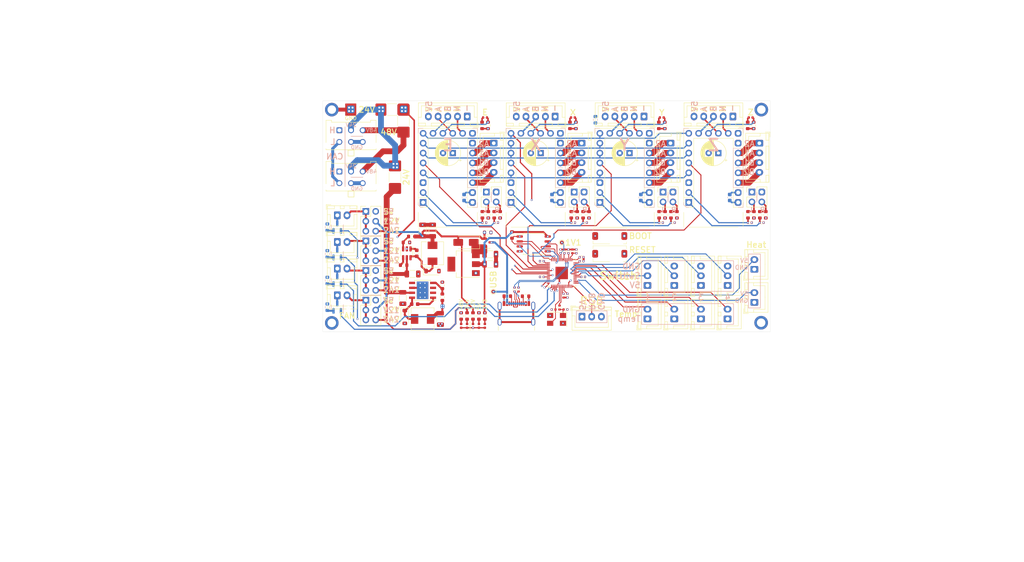
<source format=kicad_pcb>
(kicad_pcb (version 20221018) (generator pcbnew)
  (title_block (title "CAN 3D Printer (4 Motor)") (rev "1") (company "Abit Gray"))
  (layers (0 "F.Cu" signal) (1 "In1.Cu" power "In1.Cu (GND)") (2 "In2.Cu" power "In2.Cu (Vcc)") (3 "In3.Cu" mixed "In3.Cu (Mixed)") (4 "In4.Cu" power "In4.Cu (GND)") (31 "B.Cu" signal) (34 "B.Paste" user) (35 "F.Paste" user) (36 "B.SilkS" user "B.Silkscreen") (37 "F.SilkS" user "F.Silkscreen") (38 "B.Mask" user) (39 "F.Mask" user) (44 "Edge.Cuts" user))
  (net 0 "")
  (net 1 "GND")
  (net 2 "USB D-")
  (net 3 "/Microcontroller/XIN")
  (net 4 "/Microcontroller/XOUT")
  (net 5 "+3V3")
  (net 6 "+1V1")
  (net 7 "+24V")
  (net 8 "Net-(D311-K)")
  (net 9 "Net-(U311-BOOT)")
  (net 10 "+5V")
  (net 11 "Net-(D321-K)")
  (net 12 "Net-(U321-Boost)")
  (net 13 "+12V")
  (net 14 "M1 REF L")
  (net 15 "M1 REF R")
  (net 16 "Net-(D101-A)")
  (net 17 "Net-(D102-A)")
  (net 18 "Net-(D103-A)")
  (net 19 "Net-(D104-A)")
  (net 20 "Net-(D105-A)")
  (net 21 "M1 OUT STEP")
  (net 22 "Net-(D601-A)")
  (net 23 "Net-(D701-A)")
  (net 24 "Net-(D801-A)")
  (net 25 "Net-(D901-A)")
  (net 26 "+48V")
  (net 27 "CAN-H")
  (net 28 "CAN-L")
  (net 29 "RGB")
  (net 30 "Temp 1")
  (net 31 "Temp 2")
  (net 32 "Temp 3")
  (net 33 "Temp 4")
  (net 34 "Bed Heating")
  (net 35 "Head Heating")
  (net 36 "Limit 1")
  (net 37 "Limit 2")
  (net 38 "Limit 3")
  (net 39 "Limit 4")
  (net 40 "VUSB")
  (net 41 "/Power Supply/CC1")
  (net 42 "USB D+")
  (net 44 "/Power Supply/CC2")
  (net 46 "unconnected-(J301-SHIELD-PadS1)")
  (net 47 "Net-(J401-Pin_1)")
  (net 48 "Net-(J401-Pin_2)")
  (net 49 "Net-(J403-Pin_1)")
  (net 50 "Net-(J403-Pin_2)")
  (net 51 "Net-(J405-Pin_1)")
  (net 52 "Net-(J405-Pin_2)")
  (net 53 "Net-(J407-Pin_1)")
  (net 54 "Net-(J407-Pin_2)")
  (net 55 "/Motor Drivers/Motor 1/M1_ENC_N")
  (net 56 "/Motor Drivers/Motor 1/M1_ENC_B")
  (net 57 "/Motor Drivers/Motor 1/M1_ENC_A")
  (net 58 "Net-(J603-Pin_3)")
  (net 59 "Net-(J603-Pin_4)")
  (net 60 "Net-(J703-Pin_3)")
  (net 61 "Net-(J703-Pin_4)")
  (net 62 "Net-(J803-Pin_3)")
  (net 63 "Net-(J803-Pin_4)")
  (net 64 "Net-(J903-Pin_3)")
  (net 65 "Net-(J903-Pin_4)")
  (net 66 "FAN1")
  (net 67 "FAN2")
  (net 68 "FAN3")
  (net 69 "FAN4")
  (net 70 "Net-(U201-XOUT)")
  (net 71 "Net-(U201-USB_DP)")
  (net 72 "Net-(U201-USB_DM)")
  (net 73 "/Microcontroller/QSPI_SS")
  (net 74 "Net-(U311-VSENSE)")
  (net 75 "Net-(U321-EN)")
  (net 76 "Net-(U321-Feedback)")
  (net 81 "/Microcontroller/RUN")
  (net 85 "/Microcontroller/QSPI_SD3")
  (net 86 "/Microcontroller/QSPI_SCLK")
  (net 87 "/Microcontroller/QSPI_SD0")
  (net 88 "/Microcontroller/QSPI_SD2")
  (net 89 "/Microcontroller/QSPI_SD1")
  (net 93 "SPI MISO")
  (net 94 "SPI ~{CS} M1")
  (net 95 "SPI CLK")
  (net 96 "SPI MOSI")
  (net 97 "~{MOTOR ENABLE}")
  (net 98 "/CAN 24V")
  (net 99 "/CAN 48V")
  (net 100 "/Power Supply/VIN")
  (net 101 "M2 REF L")
  (net 102 "M2 REF R")
  (net 103 "M3 REF L")
  (net 104 "M3 REF R")
  (net 105 "M4 REF L")
  (net 106 "M4 REF R")
  (net 107 "M2 OUT STEP")
  (net 108 "M3 OUT STEP")
  (net 109 "M4 OUT STEP")
  (net 110 "/Motor Drivers/Motor 1/M1_A2")
  (net 111 "/Motor Drivers/Motor 1/M1_A1")
  (net 112 "/Motor Drivers/Motor 1/M1_B1")
  (net 113 "/Motor Drivers/Motor 1/M1_B2")
  (net 114 "/Motor Drivers/Motor 2/M2_A2")
  (net 115 "/Motor Drivers/Motor 2/M2_A1")
  (net 116 "/Motor Drivers/Motor 2/M2_B1")
  (net 117 "/Motor Drivers/Motor 2/M2_B2")
  (net 118 "/Motor Drivers/Motor 2/M2_ENC_N")
  (net 119 "/Motor Drivers/Motor 2/M2_ENC_B")
  (net 120 "/Motor Drivers/Motor 2/M2_ENC_A")
  (net 121 "/Motor Drivers/Motor 3/M3_A2")
  (net 122 "/Motor Drivers/Motor 3/M3_A1")
  (net 123 "/Motor Drivers/Motor 3/M3_B1")
  (net 124 "/Motor Drivers/Motor 3/M3_B2")
  (net 125 "/Motor Drivers/Motor 3/M3_ENC_N")
  (net 126 "/Motor Drivers/Motor 3/M3_ENC_B")
  (net 127 "/Motor Drivers/Motor 3/M3_ENC_A")
  (net 128 "/Motor Drivers/Motor 4/M4_A2")
  (net 129 "/Motor Drivers/Motor 4/M4_A1")
  (net 130 "/Motor Drivers/Motor 4/M4_B1")
  (net 131 "/Motor Drivers/Motor 4/M4_B2")
  (net 132 "/Motor Drivers/Motor 4/M4_ENC_N")
  (net 133 "/Motor Drivers/Motor 4/M4_ENC_B")
  (net 134 "/Motor Drivers/Motor 4/M4_ENC_A")
  (net 135 "SPI ~{CS} M2")
  (net 136 "SPI ~{CS} M3")
  (net 137 "SPI ~{CS} M4")
  (net 138 "Net-(Q401-S)")
  (net 139 "Net-(Q402-S)")
  (net 140 "Net-(Q403-S)")
  (net 141 "Net-(Q404-S)")
  (footprint "Capacitor_SMD:C_0402_1005Metric" (layer "F.Cu") (at 164.246 80.912 90)
    (fp_text reference "C234" hide)
    (fp_text value "100nF")
  )
  (footprint "Connector_JST:JST_XH_B2B-XH-A_1x02_P2.50mm_Vertical" (layer "F.Cu") (at 210.041 94.0362 90)
    (fp_text reference "J131" hide)
    (fp_text value "Heating Enable")
  )
  (footprint "Connector_JST:JST_XH_B3B-XH-A_1x03_P2.50mm_Vertical" (layer "F.Cu") (at 203.1728 89.687 90)
    (fp_text reference "J144" hide)
    (fp_text value "Limit Switch")
  )
  (footprint "Capacitor_SMD:C_1206_3216Metric" (layer "F.Cu") (at 142.113 84.201)
    (fp_text reference "C302" hide)
    (fp_text value "10uF")
  )
  (footprint "LED_SMD:LED_0402_1005Metric" (layer "F.Cu") (at 163.3728 46.482 180)
    (fp_text reference "D701" hide)
    (fp_text value "White")
  )
  (footprint "Package_TO_SOT_SMD:SOT-23" (layer "F.Cu") (at 141.453 78.599)
    (fp_text reference "Q301" hide)
    (fp_text value "Si2309CDS")
  )
  (footprint "Capacitor_SMD:C_0402_1005Metric" (layer "F.Cu") (at 189.075 73.533)
    (fp_text reference "C812" hide)
    (fp_text value "100nF")
  )
  (footprint "MountingHole:MountingHole_2.2mm_M2_ISO7380_Pad" (layer "F.Cu") (at 211.7852 99.2632)
    (fp_text reference "H103" hide)
    (fp_text value "MountingHole_Pad")
  )
  (footprint "Connector_JST:JST_XH_B3B-XH-A_1x03_P2.50mm_Vertical" (layer "F.Cu") (at 189.4398 89.687 90)
    (fp_text reference "J142" hide)
    (fp_text value "Limit Switch")
  )
  (footprint "Resistor_SMD:R_0603_1608Metric" (layer "F.Cu") (at 209.8548 48.514 -90)
    (fp_text reference "R901" hide)
    (fp_text value "47k")
  )
  (footprint "Resistor_SMD:R_0603_1608Metric" (layer "F.Cu") (at 134.62 97.536 90)
    (fp_text reference "R101" hide)
    (fp_text value "90k")
  )
  (footprint "Capacitor_SMD:C_0402_1005Metric" (layer "F.Cu") (at 143.609 73.533)
    (fp_text reference "C612" hide)
    (fp_text value "100nF")
  )
  (footprint "Connector_PinHeader_2.54mm:PinHeader_2x03_P2.54mm_Vertical" (layer "F.Cu") (at 110.1105 85.852)
    (fp_text reference "J406" hide)
    (fp_text value "Fan Voltage Selection")
  )
  (footprint "Inductor_SMD:L_Sunlord_MWSA0503S" (layer "F.Cu") (at 127.254 81.408 90)
    (fp_text reference "L321" hide)
    (fp_text value "10uH")
  )
  (footprint "Package_SO:SOIC-8_5.23x5.23mm_P1.27mm" (layer "F.Cu") (at 153.289 78.994)
    (fp_text reference "U202" hide)
    (fp_text value "W25Q128JVS")
  )
  (footprint "Capacitor_THT:CP_Radial_D6.3mm_P2.50mm" (layer "F.Cu") (at 200.787 55.626 180)
    (fp_text reference "C902" hide)
    (fp_text value "???")
  )
  (footprint "Resistor_SMD:R_0603_1608Metric" (layer "F.Cu") (at 185.4708 48.514 -90)
    (fp_text reference "R802" hide)
    (fp_text value "4.7k")
  )
  (footprint "Diode_SMD:D_SMA" (layer "F.Cu") (at 135.865 78.599 180)
    (fp_text reference "D301" hide)
    (fp_text value "D_Schottky")
  )
  (footprint "Capacitor_SMD:C_0402_1005Metric" (layer "F.Cu") (at 165.996 87.488)
    (fp_text reference "C235" hide)
    (fp_text value "100nF")
  )
  (footprint "LED_SMD:LED_0402_1005Metric" (layer "F.Cu") (at 209.0928 46.482 180)
    (fp_text reference "D901" hide)
    (fp_text value "White")
  )
  (footprint "Capacitor_SMD:C_0402_1005Metric" (layer "F.Cu") (at 165.615 82.408)
    (fp_text reference "C211" hide)
    (fp_text value "100nF")
  )
  (footprint "Custom:Button 6x3.6mm" (layer "F.Cu") (at 172.847 76.962 180)
    (fp_text reference "SW202" hide)
    (fp_text value "Boot" hide)
  )
  (footprint "Capacitor_SMD:C_0402_1005Metric" (layer "F.Cu") (at 155.384 83.424 180)
    (fp_text reference "C237" hide)
    (fp_text value "100nF")
  )
  (footprint "Resistor_SMD:R_0603_1608Metric" (layer "F.Cu") (at 164.465 71.501 -90)
    (fp_text reference "R711" hide)
    (fp_text value "10k")
  )
  (footprint "Diode_SMD:D_SOD-123" (layer "F.Cu") (at 127.254 85.98)
    (fp_text reference "D321" hide)
    (fp_text value "B5819W")
  )
  (footprint "Capacitor_SMD:C_0402_1005Metric" (layer "F.Cu") (at 160.944 92.314 -90)
    (fp_text reference "C238" hide)
    (fp_text value "100nF")
  )
  (footprint "Connector_USB:USB_C_Receptacle_GCT_USB4105-xx-A_16P_TopMnt_Horizontal" (layer "F.Cu") (at 148.844 98.029)
    (fp_text reference "J301" hide)
    (fp_text value "USB_C_Receptacle_USB2.0")
  )
  (footprint "Capacitor_SMD:C_1206_3216Metric" (layer "F.Cu") (at 142.113 81.661)
    (fp_text reference "C301" hide)
    (fp_text value "10uF")
  )
  (footprint "Connector_JST:JST_XH_B2B-XH-A_1x02_P2.50mm_Vertical" (layer "F.Cu") (at 182.5498 98.283 90)
    (fp_text reference "J121" hide)
    (fp_text value "Temperature")
  )
  (footprint "Connector_JST:JST_XH_B5B-XH-A_1x05_P2.50mm_Vertical" (layer "F.Cu") (at 136.1925 46.228 180)
    (fp_text reference "J602" hide)
    (fp_text value "Encoder")
  )
  (footprint "MountingHole:MountingHole_2.2mm_M2_ISO7380_Pad" (layer "F.Cu") (at 211.836 44.45)
    (fp_text reference "H102" hide)
    (fp_text value "MountingHole_Pad")
  )
  (footprint "Crystal:Crystal_SMD_5032-4Pin_5.0x3.2mm" (layer "F.Cu") (at 159.166 98.41 180)
    (fp_text reference "Y201" hide)
    (fp_text value "12MHz")
  )
  (footprint "Connector_PinHeader_2.54mm:PinHeader_2x02_P2.54mm_Vertical" (layer "F.Cu") (at 163.698 65.654)
    (fp_text reference "J703" hide)
    (fp_text value "Direction")
  )
  (footprint "Resistor_SMD:R_0603_1608Metric" (layer "F.Cu") (at 209.931 71.501 -90)
    (fp_text reference "R911" hide)
    (fp_text value "10k")
  )
  (footprint "Connector_JST:JST_XH_B3B-XH-A_1x03_P2.50mm_Vertical" (layer "F.Cu") (at 165.6988 97.7072)
    (fp_text reference "J111" hide)
    (fp_text value "RGB")
  )
  (footprint "Resistor_SMD:R_0603_1608Metric" (layer "F.Cu") (at 186.9948 48.514 -90)
    (fp_text reference "R801" hide)
    (fp_text value "47k")
  )
  (footprint "Custom:FYSETC TMC5160" (layer "F.Cu") (at 170.3085 50.546)
    (fp_text reference "U801" hide)
    (fp_text value "FYSETC TMC5160")
  )
  (footprint "LED_SMD:LED_0402_1005Metric" (layer "F.Cu") (at 140.7668 46.482 180)
    (fp_text reference "D601" hide)
    (fp_text value "White")
  )
  (footprint "Custom:FYSETC TMC5160" (layer "F.Cu") (at 124.8425 50.546)
    (fp_text reference "U601" hide)
    (fp_text value "FYSETC TMC5160")
  )
  (footprint "Resistor_SMD:R_0603_1608Metric" (layer "F.Cu") (at 136.144 97.536 90)
    (fp_text reference "R102" hide)
    (fp_text value "42k")
  )
  (footprint "TestPoint:TestPoint_Pad_D1.0mm" (layer "F.Cu") (at 142.9004 91.2764 90)
    (fp_text reference "TP107" hide)
    (fp_text value "TestPoint")
  )
  (footprint "Connector_JST:JST_XH_B4B-XH-A_1x04_P2.50mm_Vertical" (layer "F.Cu") (at 211.328 53.086 -90)
    (fp_text reference "J901" hide)
    (fp_text value "Motor Connector")
  )
  (footprint "Package_TO_SOT_SMD:SOT-23-6" (layer "F.Cu") (at 120.65 81.408 -90)
    (fp_text reference "U321" hide)
    (fp_text value "MP2359DJ")
  )
  (footprint "Package_TO_SOT_SMD:SOT-223-3_TabPin2" (layer "F.Cu") (at 135.255 84.201 180)
    (fp_text reference "U301" hide)
    (fp_text value "AMS1117-3.3")
  )
  (footprint "Diode_SMD:D_SOD-123" (layer "F.Cu") (at 120.129 97.79 -90)
    (fp_text reference "D311" hide)
    (fp_text value "B5819W")
  )
  (footprint "Connector_PinHeader_2.54mm:PinHeader_2x03_P2.54mm_Vertical" (layer "F.Cu") (at 110.1055 70.627)
    (fp_text reference "J402" hide)
    (fp_text value "Fan Voltage Selection")
  )
  (footprint "Resistor_SMD:R_0603_1608Metric" (layer "F.Cu") (at 167.513 71.501 -90)
    (fp_text reference "R713" hide)
    (fp_text value "10k")
  )
  (footprint "Capacitor_SMD:C_0402_1005Metric" (layer "F.Cu") (at 211.935 73.533)
    (fp_text reference "C912" hide)
    (fp_text value "100nF")
  )
  (footprint "Resistor_SMD:R_0402_1005Metric" (layer "F.Cu") (at 148.3614 90.7288 90)
    (fp_text reference "R211" hide)
    (fp_text value "27.4R")
  )
  (footprint "LED_SMD:LED_0402_1005Metric" (layer "F.Cu") (at 137.668 100.076 90)
    (fp_text reference "D103" hide)
    (fp_text value "White")
  )
  (footprint "Custom:Button 6x3.6mm" (layer "F.Cu") (at 172.847 81.534 180)
    (fp_text reference "SW201" hide)
    (fp_text value "Reset" hide)
  )
  (footprint "Capacitor_THT:CP_Radial_D6.3mm_P2.50mm" (layer "F.Cu") (at 177.927 55.626 180)
    (fp_text reference "C802" hide)
    (fp_text value "???")
  )
  (footprint "Connector_JST:JST_XH_B4B-XH-A_1x04_P2.50mm_Vertical" (layer "F.Cu") (at 165.608 53.086 -90)
    (fp_text reference "J701" hide)
    (fp_text value "Motor Connector")
  )
  (footprint "Resistor_SMD:R_0603_1608Metric" (layer "F.Cu") (at 140.0048 48.514 -90)
    (fp_text reference "R602" hide)
    (fp_text value "4.7k")
  )
  (footprint "Connector_JST:JST_XH_B5B-XH-A_1x05_P2.50mm_Vertical" (layer "F.Cu") (at 181.6585 46.228 180)
    (fp_text reference "J802" hide)
    (fp_text value "Encoder")
  )
  (footprint "Connector_JST:JST_XH_B2B-XH-A_1x02_P2.50mm_Vertical" (layer "F.Cu") (at 102.7645 85.342)
    (fp_text reference "J405" hide)
    (fp_text value "Fan Connector")
  )
  (footprint "Connector_JST:JST_XH_B5B-XH-A_1x05_P2.50mm_Vertical" (layer "F.Cu") (at 204.5185 46.228 180)
    (fp_text reference "J902" hide)
    (fp_text value "Encoder")
  )
  (footprint "Capacitor_SMD:C_0603_1608Metric" (layer "F.Cu") (at 123.19 81.408 90)
    (fp_text reference "C322" hide)
    (fp_text value "10nF")
  )
  (footprint "Capacitor_SMD:C_0402_1005Metric" (layer "F.Cu") (at 158.404 95.87 180)
    (fp_text reference "C201" hide)
    (fp_text value "14pF")
  )
  (footprint "Capacitor_SMD:C_0402_1005Metric" (layer "F.Cu") (at 163.421 73.533)
    (fp_text reference "C711" hide)
    (fp_text value "100nF")
  )
  (footprint "Resistor_SMD:R_0603_1608Metric" (layer "F.Cu") (at 141.453 76.059 180)
    (fp_text reference "R301" hide)
    (fp_text value "10k")
  )
  (footprint "Custom:FYSETC TMC5160" (layer "F.Cu") (at 193.1685 50.546)
    (fp_text reference "U901" hide)
    (fp_text value "FYSETC TMC5160")
  )
  (footprint "Connector_PinHeader_2.54mm:PinHeader_2x03_P2.54mm_Vertical" (layer "F.Cu") (at 110.1105 78.232)
    (fp_text reference "J404" hide)
    (fp_text value "Fan Voltage Selection")
  )
  (footprint "Capacitor_SMD:C_0402_1005Metric" (layer "F.Cu") (at 161.96 92.314 -90)
    (fp_text reference "C231" hide)
    (fp_text value "100nF")
  )
  (footprint "Custom:Fuse_2410_6125Metric" (layer "F.Cu") (at 117.602 61.8236 -90)
    (fp_text reference "F101" hide)
    (fp_text value "65V 20A")
  )
  (footprint "Capacitor_SMD:C_0402_1005Metric" (layer "F.Cu") (at 140.561 73.533)
    (fp_text reference "C611" hide)
    (fp_text value "100nF")
  )
  (footprint "Resistor_SMD:R_0603_1608Metric" (layer "F.Cu") (at 151.193 92.456)
    (fp_text reference "R332" hide)
    (fp_text value "5.1k")
  )
  (footprint "Resistor_SMD:R_0603_1608Metric" (layer "F.Cu") (at 129.781 89.662 90)
    (fp_text reference "R312" hide)
    (fp_text value "3.2k")
  )
  (footprint "Connector_JST:JST_XH_B2B-XH-A_1x02_P2.50mm_Vertical" (layer "F.Cu") (at 203.1558 98.283 90)
    (fp_text reference "J124" hide)
    (fp_text value "Temperature")
  )
  (footprint "LED_SMD:LED_0402_1005Metric" (layer "F.Cu") (at 134.62 100.076 90)
    (fp_text reference "D101" hide)
    (fp_text value "White")
  )
  (footprint "Resistor_SMD:R_0603_1608Metric" (layer "F.Cu") (at 212.979 71.501 -90)
    (fp_text reference "R913" hide)
    (fp_text value "10k")
  )
  (footprint "Capacitor_SMD:C_0402_1005Metric" (layer "F.Cu") (at 160.182 80.912 90)
    (fp_text reference "C232" hide)
    (fp_text value "100nF")
  )
  (footprint "Resistor_SMD:R_0603_1608Metric" (layer "F.Cu") (at 208.3308 48.514 -90)
    (fp_text reference "R902" hide)
    (fp_text value "4.7k")
  )
  (footprint "Resistor_SMD:R_0603_1608Metric" (layer "F.Cu") (at 187.071 71.501 -90)
    (fp_text reference "R811" hide)
    (fp_text value "10k")
  )
  (footprint "Resistor_SMD:R_0603_1608Metric" (layer "F.Cu") (at 165.989 71.501 90)
    (fp_text reference "R714" hide)
    (fp_text value "47k")
  )
  (footprint "LED_SMD:LED_0402_1005Metric" (layer "F.Cu") (at 140.716 100.076 90)
    (fp_text reference "D105" hide)
    (fp_text value "White")
  )
  (footprint "Capacitor_SMD:C_0603_1608Metric" (layer "F.Cu") (at 122.669 94.488)
    (fp_text reference "C312" hide)
    (fp_text value "10nF")
  )
  (footprint "Custom:Fuse_2410_6125Metric" (layer "F.Cu") (at 119.7864 47.35 90)
    (fp_text reference "F102" hide)
    (fp_text value "65V 20A")
  )
  (footprint "Connector_JST:JST_XH_B2B-XH-A_1x02_P2.50mm_Vertical" (layer "F.Cu") (at 102.7645 71.643)
    (fp_text reference "J401" hide)
    (fp_text value "Fan Connector")
  )
  (footprint "Resistor_SMD:R_0402_1005Metric" (layer "F.Cu") (at 149.3774 90.7288 90)
    (fp_text reference "R212" hide)
    (fp_text value "27.4R")
  )
  (footprint "Resistor_SMD:R_0603_1608Metric" (layer "F.Cu") (at 185.547 71.501 90)
    (fp_text reference "R812" hide)
    (fp_text value "47k")
  )
  (footprint "Connector_Molex:Molex_Micro-Fit_3.0_43045-0612_2x03_P3.00mm_Vertical" (layer "F.Cu") (at 103.299 60.373)
    (fp_text reference "J101" hide)
    (fp_text value "Molex Micro-Fit 3.0 2x03 - CAN bus")
  )
  (footprint "Connector_JST:JST_XH_B3B-XH-A_1x03_P2.50mm_Vertical" (layer "F.Cu") (at 196.2978 89.687 90)
    (fp_text reference "J143" hide)
    (fp_text value "Limit Switch")
  )
  (footprint "Resistor_SMD:R_0603_1608Metric" (layer "F.Cu") (at 147.701 76.708 -90)
    (fp_text reference "R221" hide)
    (fp_text value "10k")
  )
  (footprint "MountingHole:MountingHole_2.2mm_M2_ISO7380_Pad" (layer "F.Cu") (at 101.346 99.314)
    (fp_text reference "H104" hide)
    (fp_text value "MountingHole_Pad")
  )
  (footprint "Capacitor_SMD:C_1206_3216Metric" (layer "F.Cu") (at 129.286 98.298 -90)
    (fp_text reference "C313" hide)
    (fp_text value "10uF")
  )
  (footprint "Connector_PinHeader_2.54mm:PinHeader_2x02_P2.54mm_Vertical" (layer "F.Cu") (at 186.558 65.654)
    (fp_text reference "J803" hide)
    (fp_text value "Direction")
  )
  (footprint "Capacitor_SMD:C_0402_1005Metric" (layer "F.Cu") (at 163.23 80.912 90)
    (fp_text reference "C222" hide)
    (fp_text value "1uF")
  )
  (footprint "Resistor_SMD:R_0603_1608Metric" (layer "F.Cu") (at 146.495 92.441 180)
    (fp_text reference "R331" hide)
    (fp_text value "5.1k")
  )
  (footprint "Resistor_SMD:R_0603_1608Metric" (layer "F.Cu") (at 211.455 71.501 90)
    (fp_text reference "R914" hide)
    (fp_text value "47k")
  )
  (footprint "Capacitor_SMD:C_0402_1005Metric" (layer "F.Cu") (at 186.027 73.533)
    (fp_text reference "C811" hide)
    (fp_text value "100nF")
  )
  (footprint "Resistor_SMD:R_0603_1608Metric" (layer "F.Cu") (at 121.92 77.09 180)
    (fp_text reference "R322" hide)
    (fp_text value "47k")
  )
  (footprint "Connector_JST:JST_XH_B2B-XH-A_1x02_P2.50mm_Vertical" (layer "F.Cu") (at 102.7645 78.501)
    (fp_text reference "J403" hide)
    (fp_text value "Fan Connector")
  )
  (footprint "Connector_PinHeader_2.54mm:PinHeader_2x03_P2.54mm_Vertical" (layer "F.Cu") (at 110.1105 93.472)
    (fp_text reference "J408" hide)
    (fp_text value "Fan Voltage Selection")
  )
  (footprint "Connector_JST:JST_XH_B4B-XH-A_1x04_P2.50mm_Vertical" (layer "F.Cu") (at 188.468 53.086 -90)
    (fp_text reference "J801" hide)
    (fp_text value "Motor Connector")
  )
  (footprint "Resistor_SMD:R_0603_1608Metric" (layer "F.Cu") (at 190.119 71.501 -90)
    (fp_text reference "R813" hide)
    (fp_text value "10k")
  )
  (footprint "Custom:Fuse_2410_6125Metric" (layer "F.Cu") (at 116.8864 44.45)
    (fp_text reference "F103" hide)
    (fp_text value "65V 20A")
  )
  (footprint "Capacitor_SMD:C_0402_1005Metric" (layer "F.Cu") (at 162.214 80.912 90)
    (fp_text reference "C221" hide)
    (fp_text value "1uF")
  )
  (footprint "Capacitor_SMD:C_0402_1005Metric" (layer "F.Cu") (at 161.452 95.87)
    (fp_text reference "C202" hide)
    (fp_text value "14pF")
  )
  (footprint "Resistor_SMD:R_0603_1608Metric" (layer "F.Cu") (at 188.595 71.501 90)
    (fp_text reference "R814" hide)
    (fp_text value "47k")
  )
  (footprint "Capacitor_SMD:C_0402_1005Metric" (layer "F.Cu") (at 166.469 73.533)
    (fp_text reference "C712" hide)
    (fp_text value "100nF")
  )
  (footprint "Capacitor_SMD:C_0402_1005Metric" (layer "F.Cu") (at 165.615 83.424)
    (fp_text reference "C233" hide)
    (fp_text value "100nF")
  )
  (footprint "Resistor_SMD:R_0603_1608Metric" (layer "F.Cu") (at 162.941 71.501 90)
    (fp_text reference "R712" hide)
    (fp_text value "47k")
  )
  (footprint "Resistor_SMD:R_0603_1608Metric" (layer "F.Cu") (at 120.5484 78.613)
    (fp_text reference "R323" hide)
    (fp_text value "3.4k")
  )
  (footprint "Resistor_SMD:R_0603_1608Metric" (layer "F.Cu") (at 129.781 92.71 90)
    (fp_text reference "R311" hide)
    (fp_text value "10k")
  )
  (footprint "Connector_JST:JST_XH_B2B-XH-A_1x02_P2.50mm_Vertical" (layer "F.Cu") (at 189.4398 98.283 90)
    (fp_text reference "J122" hide)
    (fp_text value "Temperature")
  )
  (footprint "Connector_PinHeader_2.54mm:PinHeader_2x02_P2.54mm_Vertical" (layer "F.Cu") (at 209.418 65.654)
    (fp_text reference "J903" hide)
    (fp_text value "Direction")
  )
  (footprint "Package_SO:TI_SO-PowerPAD-8_ThermalVias" (layer "F.Cu") (at 124.701 90.932 180)
    (fp_text reference "U311" hide)
    (fp_text value "TPS5430DDA")
  )
  (footprint "TestPoint:TestPoint_Pad_D1.0mm" (layer "F.Cu") (at 160.528 78.6384)
    (fp_text reference "TP101" hide)
    (fp_text value "TestPoint")
  )
  (footprint "Capacitor_SMD:C_1206_3216Metric" (layer "F.Cu") (at 119.621 92.915 -90)
    (fp_text reference "C311" hide)
    (fp_text value "10uF")
  )
  (footprint "Connector_JST:JST_XH_B5B-XH-A_1x05_P2.50mm_Vertical" (layer "F.Cu") (at 158.7985 46.245 180)
    (fp_text reference "J702" hide)
    (fp_text value "Encoder")
  )
  (footprint "MountingHole:MountingHole_2.2mm_M2_ISO7380_Pad" (layer "F.Cu") (at 101.346 44.45)
    (fp_text reference "H101" hide)
    (fp_text value "MountingHole_Pad")
  )
  (footprint "Resistor_SMD:R_0603_1608Metric" (layer "F.Cu") (at 141.5288 48.514 -90)
    (fp_text reference "R601" hide)
    (fp_text value "47k")
  )
  (footprint "Capacitor_SMD:C_0402_1005Metric" (layer "F.Cu") (at 161.198 80.912 90)
    (fp_text reference "C236" hide)
    (fp_text value "100nF")
  )
  (footprint "LED_SMD:LED_0402_1005Metric" (layer "F.Cu") (at 186.2328 46.482 180)
    (fp_text reference "D801" hide)
    (fp_text value "White")
  )
  (footprint "Resistor_SMD:R_0603_1608Metric" (layer "F.Cu") (at 162.6108 48.514 -90)
    (fp_text reference "R702" hide)
    (fp_text value "4.7k")
  )
  (footprint "Connector_JST:JST_XH_B2B-XH-A_1x02_P2.50mm_Vertical" (layer "F.Cu") (at 102.7645 92.217)
    (fp_text reference "J407" hide)
    (fp_text value "Fan Connector")
  )
  (footprint "LED_SMD:LED_0402_1005Metric" (layer "F.Cu") (at 136.144 100.076 90)
    (fp_text reference "D102" hide)
    (fp_text value "White")
  )
  (footprint "Package_DFN_QFN:QFN-56-1EP_7x7mm_P0.4mm_EP3.2x3.2mm" (layer "F.Cu") (at 160.49 86.472)
    (fp_text reference "U201" hide)
    (fp_text value "RP2040")
  )
  (footprint "Resistor_SMD:R_0603_1608Metric" (layer "F.Cu") (at 140.716 97.536 90)
    (fp_text reference "R105" hide)
    (fp_text value "600")
  )
  (footprint "Capacitor_THT:CP_Radial_D6.3mm_P2.50mm" (layer "F.Cu") (at 132.461 55.626 180)
    (fp_text reference "C602" hide)
    (fp_text value "???")
  )
  (footprint "Resistor_SMD:R_0603_1608Metric" (layer "F.Cu") (at 137.668 97.536 90)
    (fp_text reference "R103" hide)
    (fp_text value "18k")
  )
  (footprint "Resistor_SMD:R_0603_1608Metric" (layer "F.Cu") (at 140.081 71.501 90)
    (fp_text reference "R612" hide)
    (fp_text value "47k")
  )
  (footprint "Resistor_SMD:R_0603_1608Metric" (layer "F.Cu") (at 164.1348 48.514 -90)
    (fp_text reference "R701" hide)
    (fp_text value "47k")
  )
  (footprint "Custom:Tooling Hole (JLCPCB)" (layer "F.Cu") (at 105.6132 95.504)
    (fp_text reference "H111" hide)
    (fp_text value "MountingHole_Pad")
  )
  (footprint "Capacitor_SMD:C_0402_1005Metric" (layer "F.Cu") (at 208.887 73.533)
    (fp_text reference "C911" hide)
    (fp_text value "100nF")
  )
  (footprint "Custom:Tooling Hole (JLCPCB)" (layer "F.Cu") (at 212.3948 47.9552)
    (fp_text reference "H112" hide)
    (fp_text value "MountingHole_Pad")
  )
  (footprint "Connector_JST:JST_XH_B2B-XH-A_1x02_P2.50mm_Vertical" (layer "F.Cu") (at 210.041 85.5272 90)
    (fp_text reference "J132" hide)
    (fp_text value "Heating Enable")
  )
  (footprint "Capacitor_SMD:C_1206_3216Metric" (layer "F.Cu") (at 127.254 75.566 90)
    (fp_text reference "C323" hide)
    (fp_text value "10uF")
  )
  (footprint "Inductor_SMD:L_Sunlord_MWSA0503S" (layer "F.Cu") (at 124.701 98.298)
    (fp_text reference "L311" hide)
    (fp_text value "10uH")
  )
  (footprint "Resistor_SMD:R_0603_1608Metric" (layer "F.Cu") (at 143.129 71.501 90)
    (fp_text reference "R614" hide)
    (fp_text value "47k")
  )
  (footprint "Resistor_SMD:R_0603_1608Metric" (layer "F.Cu") (at 144.653 71.501 -90)
    (fp_text reference "R613" hide)
    (fp_text value "10k")
  )
  (footprint "Capacitor_SMD:C_1206_3216Metric" (layer "F.Cu") (at 124.714 75.566 90)
    (fp_text reference "C324" hide)
    (fp_text value "10uF")
  )
  (footprint "Connector_JST:JST_XH_B2B-XH-A_1x02_P2.50mm_Vertical" (layer "F.Cu") (at 196.2978 98.283 90)
    (fp_text reference "J123" hide)
    (fp_text value "Temperature")
  )
  (footprint "Resistor_SMD:R_0603_1608Metric" (layer "F.Cu") (at 119.825 84.456 180)
    (fp_text reference "R321" hide)
    (fp_text value "100k")
  )
  (footprint "Capacitor_SMD:C_1206_3216Metric" (layer "F.Cu") (at 122.125 86.729)
    (fp_text reference "C321" hide)
    (fp_text value "10uF")
  )
  (footprint "Connector_JST:JST_XH_B3B-XH-A_1x03_P2.50mm_Vertical" (layer "F.Cu") (at 182.5498 89.687 90)
    (fp_text reference "J141" hide)
    (fp_text value "Limit Switch")
  )
  (footprint "Connector_JST:JST_XH_B4B-XH-A_1x04_P2.50mm_Vertical" (layer "F.Cu") (at 143.002 53.086 -90)
    (fp_text reference "J601" hide)
    (fp_text value "Motor Connector")
  )
  (footprint "Capacitor_THT:CP_Radial_D6.3mm_P2.50mm" (layer "F.Cu") (at 155.067 55.626 180)
    (fp_text reference "C702" hide)
    (fp_text value "???")
  )
  (footprint "Connector_PinHeader_2.54mm:PinHeader_2x02_P2.54mm_Vertical" (layer "F.Cu") (at 141.092 65.654)
    (fp_text reference "J603" hide)
    (fp_text value "Direction")
  )
  (footprint "Resistor_SMD:R_0603_1608Metric" (layer "F.Cu") (at 139.192 97.536 90)
    (fp_text reference "R104" hide)
    (fp_text value "4.7k")
  )
  (footprint "Resistor_SMD:R_0603_1608Metric" (layer "F.Cu") (at 208.407 71.501 90)
    (fp_text reference "R912" hide)
    (fp_text value "47k")
  )
  (footprint "Custom:FYSETC TMC5160" (layer "F.Cu") (at 147.4485 50.546)
    (fp_text reference "U701" hide)
    (fp_text value "FYSETC TMC5160")
  )
  (footprint "Connector_Molex:Molex_Micro-Fit_3.0_43045-0612_2x03_P3.00mm_Vertical" (layer "F.Cu") (at 103.299 49.763)
    (fp_text reference "J102" hide)
    (fp_text value "Molex Micro-Fit 3.0 2x03 - CAN bus")
  )
  (footprint "LED_SMD:LED_0402_1005Metric" (layer "F.Cu") (at 139.192 100.076 90)
    (fp_text reference "D104" hide)
    (fp_text value "White")
  )
  (footprint "Capacitor_SMD:C_0402_1005Metric" (layer "F.Cu") (at 155.384 87.488 180)
    (fp_text reference "C239" hide)
    (fp_text value "100nF")
  )
  (footprint "Resistor_SMD:R_0603_1608Metric" (layer "F.Cu") (at 141.605 71.501 -90)
    (fp_text reference "R611" hide)
    (fp_text value "10k")
  )
  (footprint "Resistor_SMD:R_0402_1005Metric" (layer "F.Cu") (at 159.928 95.362 90)
    (fp_text reference "R201" hide)
    (fp_text value "1k")
  )
  (footprint "Resistor_SMD:R_0603_1608Metric" (layer "B.Cu") (at 100.2045 88.407 90)
    (fp_text reference "F403" hide)
    (fp_text value "250mA")
  )
  (footprint "Capacitor_SMD:C_0603_1608Metric" (layer "B.Cu") (at 157.988 67.056 -90)
    (fp_text reference "C701" hide)
    (fp_text value "470nF")
  )
  (footprint "Resistor_SMD:R_0603_1608Metric" (layer "B.Cu") (at 100.2045 95.265 90)
    (fp_text reference "F404" hide)
    (fp_text value "250mA")
  )
  (footprint "Capacitor_SMD:C_0603_1608Metric" (layer "B.Cu") (at 203.708 67.056 -90)
    (fp_text reference "C901" hide)
    (fp_text value "470nF")
  )
  (footprint "Capacitor_SMD:C_0603_1608Metric" (layer "B.Cu") (at 135.382 67.056 -90)
    (fp_text reference "C601" hide)
    (fp_text value "470nF")
  )
  (footprint "Package_TO_SOT_SMD:SOT-23" (layer "B.Cu") (at 102.7445 81.549 90)
    (fp_text reference "Q402" hide)
    (fp_text value "BSS138")
  )
  (footprint "Package_TO_SOT_SMD:SOT-23" (layer "B.Cu") (at 102.7445 95.265 90)
    (fp_text reference "Q404" hide)
    (fp_text value "BSS138")
  )
  (footprint "Resistor_SMD:R_0603_1608Metric" (layer "B.Cu") (at 169.164 47.053 90)
    (fp_text reference "R501" hide)
    (fp_text value "10k")
  )
  (footprint "Resistor_SMD:R_0603_1608Metric" (layer "B.Cu") (at 100.2045 81.549 90)
    (fp_text reference "F402" hide)
    (fp_text value "250mA")
  )
  (footprint "Package_TO_SOT_SMD:SOT-23" (layer "B.Cu") (at 102.7445 88.407 90)
    (fp_text reference "Q403" hide)
    (fp_text value "BSS138")
  )
  (footprint "Capacitor_SMD:C_0603_1608Metric" (layer "B.Cu") (at 180.848 67.056 -90)
    (fp_text reference "C801" hide)
    (fp_text value "470nF")
  )
  (footprint "Resistor_SMD:R_0603_1608Metric" (layer "B.Cu") (at 100.2045 74.691 90)
    (fp_text reference "F401" hide)
    (fp_text value "250mA")
  )
  (footprint "Package_TO_SOT_SMD:SOT-23" (layer "B.Cu") (at 102.7445 74.691 90)
    (fp_text reference "Q401" hide)
    (fp_text value "BSS138")
  )
  (gr_line (start 109.326 51.308) (end 106.278 51.308) (stroke (width 0.1524)) (layer "B.SilkS"))
  (gr_line (start 142.367 65.659) (end 142.367 68.199) (stroke (width 0.1524)) (layer "B.SilkS"))
  (gr_line (start 108.839 84.582) (end 113.919 84.582) (stroke (width 0.1524)) (layer "B.SilkS"))
  (gr_line (start 108.839 76.962) (end 113.919 76.962) (stroke (width 0.1524)) (layer "B.SilkS"))
  (gr_line (start 104.754 64.262) (end 104.754 48.895) (stroke (width 0.1524)) (layer "B.SilkS"))
  (gr_line (start 187.833 65.659) (end 187.833 68.199) (stroke (width 0.1524)) (layer "B.SilkS"))
  (gr_rect (start 208.534 95.4532) (end 211.582 81.6102) (stroke (width 0.1524)) (fill none) (layer "B.SilkS"))
  (gr_rect (start 164.2618 96.2152) (end 172.1358 99.2632) (stroke (width 0.1524)) (fill none) (layer "B.SilkS"))
  (gr_line (start 108.839 92.202) (end 113.919 92.202) (stroke (width 0.1524)) (layer "B.SilkS"))
  (gr_line (start 164.973 65.659) (end 164.973 68.199) (stroke (width 0.1524)) (layer "B.SilkS"))
  (gr_line (start 210.693 65.659) (end 210.693 68.199) (stroke (width 0.1524)) (layer "B.SilkS"))
  (gr_rect (start 181.0578 83.312) (end 204.6798 91.186) (stroke (width 0.1524)) (fill none) (layer "B.SilkS"))
  (gr_rect (start 181.0578 94.361) (end 204.6798 99.695) (stroke (width 0.1524)) (fill none) (layer "B.SilkS"))
  (gr_line (start 106.278 61.849) (end 109.326 61.849) (stroke (width 0.1524)) (layer "B.SilkS"))
  (gr_line (start 136.906 99.06) (end 136.906 101.219) (stroke (width 0.1524)) (layer "F.SilkS"))
  (gr_rect (start 105.537 65.405) (end 107.061 66.929) (stroke (width 0.1524)) (fill none) (layer "F.SilkS"))
  (gr_rect (start 105.537 54.864) (end 107.061 56.388) (stroke (width 0.1524)) (fill none) (layer "F.SilkS"))
  (gr_rect (start 99.06 42.164) (end 214.122 101.6) (stroke (width 0.0381)) (fill none) (layer "Edge.Cuts"))
  (gr_text "5V\nA\nB\nN\n-" (at 153.797 45.1358 90) (layer "B.SilkS") (effects (font (size 1.5 1.5) (thickness 0.25) bold) (justify right mirror)))
  (gr_text "H" (at 102.4382 60.3758) (layer "B.SilkS") (effects (font (size 1.5 1.5) (thickness 0.25) bold) (justify left mirror)))
  (gr_text "L" (at 102.4382 52.7558) (layer "B.SilkS") (effects (font (size 1.5 1.5) (thickness 0.25) bold) (justify left mirror)))
  (gr_text "R  L" (at 187.833 69.4944) (layer "B.SilkS") (effects (font (size 1.25 1.25) (thickness 0.2)) (justify top mirror)))
  (gr_text "48V" (at 110.0582 49.7586) (layer "B.SilkS") (effects (font (size 1 1)) (justify right mirror)))
  (gr_text "3" (at 196.2912 92.7354) (layer "B.SilkS") (effects (font (size 1.5 1.5) (thickness 0.25) bold) (justify mirror)))
  (gr_text "R  L" (at 210.693 69.4944) (layer "B.SilkS") (effects (font (size 1.25 1.25) (thickness 0.2)) (justify top mirror)))
  (gr_text "24V" (at 106.299 59.6138) (layer "B.SilkS") (effects (font (size 1 1)) (justify bottom mirror)))
  (gr_text "5V\nA\nB\nN\n-" (at 199.517 45.1104 90) (layer "B.SilkS") (effects (font (size 1.5 1.5) (thickness 0.25) bold) (justify right mirror)))
  (gr_text "4" (at 203.1746 92.7354) (layer "B.SilkS") (effects (font (size 1.5 1.5) (thickness 0.25) bold) (justify mirror)))
  (gr_text "CAN" (at 102.108 56.515) (layer "B.SilkS") (effects (font (size 1.5 1.5) (thickness 0.25) bold) (justify mirror)))
  (gr_text "1" (at 182.5498 92.7354) (layer "B.SilkS") (effects (font (size 1.5 1.5) (thickness 0.25) bold) (justify mirror)))
  (gr_text "Z" (at 199.5185 51.816) (layer "B.SilkS") (effects (font (size 3 3) (thickness 0.5) bold) (justify top mirror)))
  (gr_text "Y" (at 176.6585 51.816) (layer "B.SilkS") (effects (font (size 3 3) (thickness 0.5) bold) (justify top mirror)))
  (gr_text "H" (at 102.4382 49.7586) (layer "B.SilkS") (effects (font (size 1.5 1.5) (thickness 0.25) bold) (justify left mirror)))
  (gr_text "5V\nGND" (at 208.534 84.1756) (layer "B.SilkS") (effects (font (size 1.1 1.1) (thickness 0.175)) (justify left mirror)))
  (gr_text "L" (at 102.4382 63.373) (layer "B.SilkS") (effects (font (size 1.5 1.5) (thickness 0.25) bold) (justify left mirror)))
  (gr_text "X" (at 153.7985 51.816) (layer "B.SilkS") (effects (font (size 3 3) (thickness 0.5) bold) (justify top mirror)))
  (gr_text "R  L" (at 164.973 69.4944) (layer "B.SilkS") (effects (font (size 1.25 1.25) (thickness 0.2)) (justify top mirror)))
  (gr_text "E" (at 131.1925 51.816) (layer "B.SilkS") (effects (font (size 3 3) (thickness 0.5) bold) (justify top mirror)))
  (gr_text "GND\nRGB\n5V" (at 168.1988 96.2152 270) (layer "B.SilkS") (effects (font (size 1.5 1.5) (thickness 0.25) bold) (justify left mirror)))
  (gr_text "GND" (at 107.7976 64.77) (layer "B.SilkS") (effects (font (size 1 1)) (justify mirror)))
  (gr_text "5V\n12V\n24V" (at 114.4016 96.012) (layer "B.SilkS") (effects (font (size 1.5 1.5) (thickness 0.25) bold) (justify right mirror)))
  (gr_text "5V\nGND" (at 208.534 92.6846) (layer "B.SilkS") (effects (font (size 1.1 1.1) (thickness 0.175)) (justify left mirror)))
  (gr_text "A2\nA1\nB1\nB2" (at 141.969 56.836) (layer "B.SilkS") (effects (font (size 1.5 1.5) (thickness 0.25) bold) (justify left mirror)))
  (gr_text "5V\n12V\n24V" (at 114.427 80.772) (layer "B.SilkS") (effects (font (size 1.5 1.5) (thickness 0.25) bold) (justify right mirror)))
  (gr_text "24V" (at 106.299 48.9966) (layer "B.SilkS") (effects (font (size 1 1)) (justify bottom mirror)))
  (gr_text "GND\nTemp" (at 180.8498 97.033) (layer "B.SilkS") (effects (font (size 1.5 1.5) (thickness 0.25) bold) (justify left mirror)))
  (gr_text "5V\n12V\n24V" (at 114.427 73.152) (layer "B.SilkS") (effects (font (size 1.5 1.5) (thickness 0.25) bold) (justify right mirror)))
  (gr_text "5V\nA\nB\nN\n-" (at 131.191 45.1104 90) (layer "B.SilkS") (effects (font (size 1.5 1.5) (thickness 0.25) bold) (justify right mirror)))
  (gr_text "5V\nA\nB\nN\n-" (at 176.657 45.1358 90) (layer "B.SilkS") (effects (font (size 1.5 1.5) (thickness 0.25) bold) (justify right mirror)))
  (gr_text "5V\n12V\n24V" (at 114.427 88.392) (layer "B.SilkS") (effects (font (size 1.5 1.5) (thickness 0.25) bold) (justify right mirror)))
  (gr_text "A2\nA1\nB1\nB2" (at 164.575 56.836) (layer "B.SilkS") (effects (font (size 1.5 1.5) (thickness 0.25) bold) (justify left mirror)))
  (gr_text "A2\nA1\nB1\nB2" (at 187.435 56.836) (layer "B.SilkS") (effects (font (size 1.5 1.5) (thickness 0.25) bold) (justify left mirror)))
  (gr_text "A2\nA1\nB1\nB2" (at 210.295 56.836) (layer "B.SilkS") (effects (font (size 1.5 1.5) (thickness 0.25) bold) (justify left mirror)))
  (gr_text "48V" (at 110.0582 60.3758) (layer "B.SilkS") (effects (font (size 1 1)) (justify right mirror)))
  (gr_text "R  L" (at 142.367 69.4944) (layer "B.SilkS") (effects (font (size 1.25 1.25) (thickness 0.2)) (justify top mirror)))
  (gr_text "2" (at 189.4332 92.7354) (layer "B.SilkS") (effects (font (size 1.5 1.5) (thickness 0.25) bold) (justify mirror)))
  (gr_text "GND\nSwitch\n5V" (at 180.8498 87.187) (layer "B.SilkS") (effects (font (size 1.5 1.5) (thickness 0.25) bold) (justify left mirror)))
  (gr_text "GND" (at 107.7976 54.1528) (layer "B.SilkS") (effects (font (size 1 1)) (justify mirror)))
  (gr_text "24V" (at 112.5728 44.45) (layer "F.SilkS") (effects (font (size 1.5 1.5) (thickness 0.25) bold) (justify right)))
  (gr_text "Temp" (at 180.0898 97.033) (layer "F.SilkS") (effects (font (size 1.5 1.5) (thickness 0.25) bold) (justify right)))
  (gr_text "5\nA\nB\nN\n-" (at 176.657 45.2628 90) (layer "F.SilkS") (effects (font (size 1.5 1.5) (thickness 0.25) bold) (justify left)))
  (gr_text "48V" (at 118.2116 50.2412) (layer "F.SilkS") (effects (font (size 1.5 1.5) (thickness 0.25) bold) (justify right)))
  (gr_text "Heat" (at 210.5406 80.0862) (layer "F.SilkS") (effects (font (size 1.5 1.5) (thickness 0.25) bold) (justify bottom)))
  (gr_text "Y" (at 186.2328 46.0756) (layer "F.SilkS") (effects (font (size 1.5 1.5) (thickness 0.25) bold) (justify bottom)))
  (gr_text "5V\n12V\n24V" (at 114.4285 88.392) (layer "F.SilkS") (effects (font (size 1.5 1.5) (thickness 0.25) bold) (justify left)))
  (gr_text "GND" (at 106.2228 46.0756) (layer "F.SilkS") (effects (font (size 1 1)) (justify top)))
  (gr_text "Z" (at 209.0928 46.0248) (layer "F.SilkS") (effects (font (size 1.5 1.5) (thickness 0.25) bold) (justify bottom)))
  (gr_text "Switch" (at 180.0898 87.187) (layer "F.SilkS") (effects (font (size 2 2) (thickness 0.35) bold) (justify right)))
  (gr_text "48V" (at 134.62 96.0628 90) (layer "F.SilkS") (effects (font (size 1 1)) (justify left)))
  (gr_text "RESET" (at 177.673 80.518) (layer "F.SilkS") (effects (font (size 1.5 1.5) (thickness 0.25) bold) (justify left)))
  (gr_text "5\nA\nB\nN\n-" (at 153.797 45.2882 90) (layer "F.SilkS") (effects (font (size 1.5 1.5) (thickness 0.25) bold) (justify left)))
  (gr_text "5V\n12V\n24V" (at 114.4285 96.012) (layer "F.SilkS") (effects (font (size 1.5 1.5) (thickness 0.25) bold) (justify left)))
  (gr_text "E" (at 140.7668 46.0248) (layer "F.SilkS") (effects (font (size 1.5 1.5) (thickness 0.25) bold) (justify bottom)))
  (gr_text "FAN" (at 105.283 97.4852) (layer "F.SilkS") (effects (font (size 1.5 1.5) (thickness 0.25) bold)))
  (gr_text "12V" (at 137.668 96.0628 90) (layer "F.SilkS") (effects (font (size 1 1)) (justify left)))
  (gr_text "5\nA\nB\nN\n-" (at 131.1925 45.2628 90) (layer "F.SilkS") (effects (font (size 1.5 1.5) (thickness 0.25) bold) (justify left)))
  (gr_text "5\nA\nB\nN\n-" (at 199.517 45.2628 90) (layer "F.SilkS") (effects (font (size 1.5 1.5) (thickness 0.25) bold) (justify left)))
  (gr_text "5V\n12V\n24V" (at 114.4285 73.152) (layer "F.SilkS") (effects (font (size 1.5 1.5) (thickness 0.25) bold) (justify left)))
  (gr_text "5V\n12V\n24V" (at 114.4285 80.772) (layer "F.SilkS") (effects (font (size 1.5 1.5) (thickness 0.25) bold) (justify left)))
  (gr_text "BOOT" (at 177.673 76.962) (layer "F.SilkS") (effects (font (size 1.5 1.5) (thickness 0.25) bold) (justify left)))
  (gr_text "1V1" (at 161.228 78.6384) (layer "F.SilkS") (effects (font (size 1.5 1.5) (thickness 0.25) bold) (justify left)))
  (gr_text "USB" (at 142.9004 90.5764 90) (layer "F.SilkS") (effects (font (size 1.5 1.5) (thickness 0.25) bold) (justify left)))
  (gr_text "24V" (at 119.634 61.8236 90) (layer "F.SilkS") (effects (font (size 1.5 1.5) (thickness 0.25) bold) (justify top)))
  (gr_text "X" (at 163.3728 46.0756) (layer "F.SilkS") (effects (font (size 1.5 1.5) (thickness 0.25) bold) (justify bottom)))
  (gr_text "RGB" (at 168.1988 94.8436) (layer "F.SilkS") (effects (font (size 2 2) (thickness 0.3)) (justify bottom)))
  (gr_text "24V" (at 136.144 96.0628 90) (layer "F.SilkS") (effects (font (size 1 1)) (justify left)))
  (gr_text "3V3" (at 140.716 96.0628 90) (layer "F.SilkS") (effects (font (size 1 1)) (justify left)))
  (gr_text "5V" (at 139.192 96.0628 90) (layer "F.SilkS") (effects (font (size 1 1)) (justify left)))
  (segment (start 152.019 93.472) (end 152.019 92.457) (width 0.3) (layer "F.Cu") (net 1))
  (segment (start 159.766 89.027) (end 159.49 89.303) (width 0.2) (layer "F.Cu") (net 1))
  (segment (start 152.019 92.457) (end 152.018 92.456) (width 0.3) (layer "F.Cu") (net 1))
  (segment (start 145.669 92.442) (end 145.67 92.441) (width 0.3) (layer "F.Cu") (net 1))
  (segment (start 160.182 80.4268) (end 164.2408 80.4268) (width 0.4) (layer "F.Cu") (net 1))
  (segment (start 122.001 90.297) (end 124.066 90.297) (width 0.5) (layer "F.Cu") (net 1))
  (segment (start 160.944 92.794) (end 161.96 92.794) (width 0.4) (layer "F.Cu") (net 1))
  (segment (start 101.346 44.45) (end 106.299 44.45) (width 1) (layer "F.Cu") (net 1))
  (segment (start 145.669 93.472) (end 145.669 92.442) (width 0.3) (layer "F.Cu") (net 1))
  (segment (start 140.716 100.561) (end 134.62 100.561) (width 0.3) (layer "F.Cu") (net 1))
  (segment (start 159.893 89.027) (end 159.893 87.069) (width 0.4) (layer "F.Cu") (net 1))
  (segment (start 145.644 93.497) (end 145.669 93.472) (width 0.3) (layer "F.Cu") (net 1))
  (segment (start 124.714 74.091) (end 127.254 74.091) (width 1) (layer "F.Cu") (net 1))
  (segment (start 166.1256 83.424) (end 166.1256 82.408) (width 0.5) (layer "F.Cu") (net 1))
  (segment (start 159.893 87.069) (end 160.49 86.472) (width 0.4) (layer "F.Cu") (net 1))
  (segment (start 159.893 89.027) (end 159.766 89.027) (width 0.2) (layer "F.Cu") (net 1))
  (segment (start 143.588 81.661) (end 143.588 84.201) (width 1) (layer "F.Cu") (net 1))
  (segment (start 164.2408 80.4268) (end 164.246 80.432) (width 0.5) (layer "F.Cu") (net 1))
  (segment (start 145.644 94.349) (end 145.644 93.497) (width 0.3) (layer "F.Cu") (net 1))
  (segment (start 106.299 44.45) (end 106.68 44.831) (width 1) (layer "F.Cu") (net 1))
  (segment (start 152.044 94.349) (end 152.044 93.497) (width 0.3) (layer "F.Cu") (net 1))
  (segment (start 159.49 89.303) (end 159.49 89.9095) (width 0.2) (layer "F.Cu") (net 1))
  (segment (start 152.044 93.497) (end 152.019 93.472) (width 0.3) (layer "F.Cu") (net 1))
  (segment (start 124.066 90.297) (end 124.701 90.932) (width 0.5) (layer "F.Cu") (net 1))
  (via (at 176.597 76.962) (size 0.8) (drill 0.5) (layers "F.Cu" "B.Cu") (net 1))
  (via (at 128.904 85.98) (size 0.5) (drill 0.3) (layers "F.Cu" "B.Cu") (net 1))
  (via (at 100.2045 94.44) (size 0.5) (drill 0.3) (layers "F.Cu" "B.Cu") (net 1))
  (via (at 137.668 100.561) (size 0.5) (drill 0.3) (layers "F.Cu" "B.Cu") (net 1))
  (via (at 152.019 93.472) (size 0.5) (drill 0.3) (layers "F.Cu" "B.Cu") (net 1))
  (via (at 141.0447 73.533) (size 0.5) (drill 0.3) (layers "F.Cu" "B.Cu") (net 1))
  (via (at 105.791 44.831) (size 1) (drill 0.5) (layers "F.Cu" "B.Cu") (net 1))
  (via (at 160.182 80.4268) (size 0.5) (drill 0.3) (layers "F.Cu" "B.Cu") (net 1))
  (via (at 106.68 44.831) (size 1) (drill 0.5) (layers "F.Cu" "B.Cu") (net 1))
  (via (at 162.214 80.4268) (size 0.5) (drill 0.3) (layers "F.Cu" "B.Cu") (net 1))
  (via (at 144.0927 73.533) (size 0.5) (drill 0.3) (layers "F.Cu" "B.Cu") (net 1))
  (via (at 129.667 99.553) (size 0.5) (drill 0.3) (layers "F.Cu" "B.Cu") (net 1))
  (via (at 120.129 99.44) (size 0.5) (drill 0.3) (layers "F.Cu" "B.Cu") (net 1))
  (via (at 123.6 86.729) (size 0.5) (drill 0.3) (layers "F.Cu" "B.Cu") (net 1))
  (via (at 106.68 43.942) (size 1) (drill 0.5) (layers "F.Cu" "B.Cu") (net 1))
  (via (at 149.689 80.899) (size 0.5) (drill 0.3) (layers "F.Cu" "B.Cu") (net 1))
  (via (at 166.9527 73.533) (size 0.5) (drill 0.3) (layers "F.Cu" "B.Cu") (net 1))
  (via (at 166.4812 87.488) (size 0.5) (drill 0.3) (layers "F.Cu" "B.Cu") (net 1))
  (via (at 176.597 81.534) (size 0.8) (drill 0.5) (layers "F.Cu" "B.Cu") (net 1))
  (via (at 160.816 99.41) (size 0.5) (drill 0.3) (layers "F.Cu" "B.Cu") (net 1))
  (via (at 161.96 92.794) (size 0.5) (drill 0.3) (layers "F.Cu" "B.Cu") (net 1))
  (via (at 159.893 89.027) (size 0.5) (drill 0.3) (layers "F.Cu" "B.Cu") (net 1))
  (via (at 143.588 84.201) (size 0.8) (drill 0.5) (layers "F.Cu" "B.Cu") (net 1))
  (via (at 143.588 81.661) (size 0.8) (drill 0.5) (layers "F.Cu" "B.Cu") (net 1))
  (via (at 157.924 95.87) (size 0.5) (drill 0.3) (layers "F.Cu" "B.Cu") (net 1))
  (via (at 119.621 94.39) (size 0.5) (drill 0.3) (layers "F.Cu" "B.Cu") (net 1))
  (via (at 209.3707 73.533) (size 0.5) (drill 0.3) (layers "F.Cu" "B.Cu") (net 1))
  (via (at 138.405 86.501) (size 0.8) (drill 0.5) (layers "F.Cu" "B.Cu") (net 1))
  (via (at 128.905 99.553) (size 0.5) (drill 0.3) (layers "F.Cu" "B.Cu") (net 1))
  (via (at 142.278 76.059) (size 0.8) (drill 0.5) (layers "F.Cu" "B.Cu") (net 1))
  (via (at 100.2045 80.724) (size 0.5) (drill 0.3) (layers "F.Cu" "B.Cu") (net 1))
  (via (at 166.1256 83.424) (size 0.5) (drill 0.3) (layers "F.Cu" "B.Cu") (net 1))
  (via (at 145.669 93.472) (size 0.5) (drill 0.3) (layers "F.Cu" "B.Cu") (net 1))
  (via (at 189.555 73.533) (size 0.5) (drill 0.3) (layers "F.Cu" "B.Cu") (net 1))
  (via (at 212.4187 73.533) (size 0.5) (drill 0.3) (layers "F.Cu" "B.Cu") (net 1))
  (via (at 100.2045 87.582) (size 0.5) (drill 0.3) (layers "F.Cu" "B.Cu") (net 1))
  (via (at 157.516 97.41) (size 0.5) (drill 0.3) (layers "F.Cu" "B.Cu") (net 1))
  (via (at 124.714 74.091) (size 0.5) (drill 0.3) (layers "F.Cu" "B.Cu") (net 1))
  (via (at 100.2045 73.866) (size 0.5) (drill 0.3) (layers "F.Cu" "B.Cu") (net 1))
  (via (at 154.8988 87.488) (size 0.5) (drill 0.3) (layers "F.Cu" "B.Cu") (net 1))
  (via (at 121.3734 78.613) (size 0.5) (drill 0.3) (layers "F.Cu" "B.Cu") (net 1))
  (via (at 186.5107 73.533) (size 0.5) (drill 0.3) (layers "F.Cu" "B.Cu") (net 1))
  (via (at 164.246 80.4268) (size 0.5) (drill 0.3) (layers "F.Cu" "B.Cu") (net 1))
  (via (at 154.8988 83.424) (size 0.5) (drill 0.3) (layers "F.Cu" "B.Cu") (net 1))
  (via (at 163.9047 73.533) (size 0.5) (drill 0.3) (layers "F.Cu" "B.Cu") (net 1))
  (via (at 127.254 74.091) (size 0.5) (drill 0.3) (layers "F.Cu" "B.Cu") (net 1))
  (via (at 166.1256 82.408) (size 0.5) (drill 0.3) (layers "F.Cu" "B.Cu") (net 1))
  (via (at 129.781 88.837) (size 0.5) (drill 0.3) (layers "F.Cu" "B.Cu") (net 1))
  (via (at 129.286 100.061) (size 0.5) (drill 0.3) (layers "F.Cu" "B.Cu") (net 1))
  (via (at 120.65 80.2705) (size 0.5) (drill 0.3) (layers "F.Cu" "B.Cu") (net 1))
  (via (at 161.932 95.87) (size 0.5) (drill 0.3) (layers "F.Cu" "B.Cu") (net 1))
  (via (at 105.791 43.942) (size 1) (drill 0.5) (layers "F.Cu" "B.Cu") (net 1))
  (segment (start 135.877 68.326) (end 137.5425 68.326) (width 0.4) (layer "B.Cu") (net 1))
  (segment (start 180.848 67.831) (end 181.343 68.326) (width 0.4) (layer "B.Cu") (net 1))
  (segment (start 204.203 68.326) (end 205.8685 68.326) (width 0.4) (layer "B.Cu") (net 1))
  (segment (start 109.299 63.373) (end 106.299 63.373) (width 1) (layer "B.Cu") (net 1))
  (segment (start 135.382 67.831) (end 135.877 68.326) (width 0.4) (layer "B.Cu") (net 1))
  (segment (start 203.708 67.831) (end 204.203 68.326) (width 0.4) (layer "B.Cu") (net 1))
  (segment (start 181.343 68.326) (end 183.0085 68.326) (width 0.4) (layer "B.Cu") (net 1))
  (segment (start 109.299 52.763) (end 106.299 52.763) (width 1) (layer "B.Cu") (net 1))
  (segment (start 157.988 67.831) (end 158.483 68.326) (width 0.4) (layer "B.Cu") (net 1))
  (segment (start 158.483 68.326) (end 160.1485 68.326) (width 0.4) (layer "B.Cu") (net 1))
  (segment (start 148.7932 93.1522) (end 149.098 93.457) (width 0.1524) (layer "F.Cu") (net 2))
  (segment (start 148.205 95.235) (end 148.983 95.235) (width 0.2) (layer "F.Cu") (net 2))
  (segment (start 148.094 94.349) (end 148.094 95.124) (width 0.2) (layer "F.Cu") (net 2))
  (segment (start 149.3774 91.2388) (end 148.7932 91.823) (width 0.1524) (layer "F.Cu") (net 2))
  (segment (start 148.7932 91.823) (end 148.7932 93.1522) (width 0.1524) (layer "F.Cu") (net 2))
  (segment (start 149.094 93.461) (end 149.094 94.349) (width 0.1524) (layer "F.Cu") (net 2))
  (segment (start 148.094 95.124) (end 148.205 95.235) (width 0.2) (layer "F.Cu") (net 2))
  (segment (start 148.983 95.235) (end 149.094 95.124) (width 0.2) (layer "F.Cu") (net 2))
  (segment (start 149.098 93.457) (end 149.094 93.461) (width 0.1524) (layer "F.Cu") (net 2))
  (segment (start 149.094 95.124) (end 149.094 94.349) (width 0.2) (layer "F.Cu") (net 2))
  (segment (start 158.884 95.87) (end 158.884 98.184) (width 0.2) (layer "F.Cu") (net 3))
  (segment (start 157.658 99.41) (end 157.516 99.41) (width 0.2) (layer "F.Cu") (net 3))
  (segment (start 158.884 98.184) (end 157.658 99.41) (width 0.2) (layer "F.Cu") (net 3))
  (segment (start 158.884 95.87) (end 158.884 94.637369) (width 0.2) (layer "F.Cu") (net 3))
  (segment (start 159.89 93.631369) (end 159.89 89.9095) (width 0.2) (layer "F.Cu") (net 3))
  (segment (start 158.884 94.637369) (end 159.89 93.631369) (width 0.2) (layer "F.Cu") (net 3))
  (segment (start 160.816 97.41) (end 160.816 96.026) (width 0.2) (layer "F.Cu") (net 4))
  (segment (start 159.928 95.872) (end 160.97 95.872) (width 0.2) (layer "F.Cu") (net 4))
  (segment (start 160.816 96.026) (end 160.972 95.87) (width 0.2) (layer "F.Cu") (net 4))
  (segment (start 160.97 95.872) (end 160.972 95.87) (width 0.2) (layer "F.Cu") (net 4))
  (segment (start 164.246 81.392) (end 163.23 81.392) (width 0.2) (layer "F.Cu") (net 5))
  (segment (start 160.69 89.9095) (end 160.69 91.58) (width 0.2) (layer "F.Cu") (net 5))
  (segment (start 164.5085 83.0345) (end 163.09 83.0345) (width 0.2) (layer "F.Cu") (net 5))
  (segment (start 161.09 81.5) (end 161.198 81.392) (width 0.2) (layer "F.Cu") (net 5))
  (segment (start 165.135 82.408) (end 164.5085 83.0345) (width 0.2) (layer "F.Cu") (net 5))
  (segment (start 157.0525 87.472) (end 155.88 87.472) (width 0.2) (layer "F.Cu") (net 5))
  (segment (start 155.746 75.946) (end 156.889 77.089) (width 0.5) (layer "F.Cu") (net 5))
  (segment (start 138.405 84.201) (end 140.638 84.201) (width 1) (layer "F.Cu") (net 5))
  (segment (start 163.23 81.9) (end 162.69 82.44) (width 0.2) (layer "F.Cu") (net 5))
  (segment (start 147.701 75.946) (end 155.746 75.946) (width 0.5) (layer "F.Cu") (net 5))
  (segment (start 140.638 96.633) (end 140.716 96.711) (width 0.4) (layer "F.Cu") (net 5))
  (segment (start 164.687 83.872) (end 165.135 83.424) (width 0.2) (layer "F.Cu") (net 5))
  (segment (start 140.638 84.201) (end 140.638 96.633) (width 0.4) (layer "F.Cu") (net 5))
  (segment (start 165.5 87.472) (end 163.9275 87.472) (width 0.2) (layer "F.Cu") (net 5))
  (segment (start 160.69 91.58) (end 160.944 91.834) (width 0.2) (layer "F.Cu") (net 5))
  (segment (start 161.09 83.0345) (end 160.69 83.0345) (width 0.2) (layer "F.Cu") (net 5))
  (segment (start 165.516 87.488) (end 165.5 87.472) (width 0.2) (layer "F.Cu") (net 5))
  (segment (start 162.69 82.44) (end 162.69 83.0345) (width 0.2) (layer "F.Cu") (net 5))
  (segment (start 161.09 83.0345) (end 161.09 81.5) (width 0.2) (layer "F.Cu") (net 5))
  (segment (start 163.23 81.392) (end 163.23 81.9) (width 0.2) (layer "F.Cu") (net 5))
  (segment (start 155.864 83.424) (end 156.312 83.872) (width 0.2) (layer "F.Cu") (net 5))
  (segment (start 147.701 75.883) (end 147.701 75.946) (width 0.2) (layer "F.Cu") (net 5))
  (segment (start 155.88 87.472) (end 155.864 87.488) (width 0.2) (layer "F.Cu") (net 5))
  (segment (start 163.9275 83.872) (end 164.687 83.872) (width 0.2) (layer "F.Cu") (net 5))
  (segment (start 156.312 83.872) (end 157.0525 83.872) (width 0.2) (layer "F.Cu") (net 5))
  (via (at 147.701 75.946) (size 0.5) (drill 0.3) (layers "F.Cu" "B.Cu") (net 5))
  (via (at 165.135 83.424) (size 0.5) (drill 0.3) (layers "F.Cu" "B.Cu") (net 5))
  (via (at 156.889 77.089) (size 0.5) (drill 0.3) (layers "F.Cu" "B.Cu") (net 5))
  (via (at 164.246 81.392) (size 0.5) (drill 0.3) (layers "F.Cu" "B.Cu") (net 5))
  (via (at 140.638 84.201) (size 0.8) (drill 0.5) (layers "F.Cu" "B.Cu") (net 5))
  (via (at 155.864 83.424) (size 0.5) (drill 0.3) (layers "F.Cu" "B.Cu") (net 5))
  (via (at 161.198 81.392) (size 0.5) (drill 0.3) (layers "F.Cu" "B.Cu") (net 5))
  (via (at 155.864 87.488) (size 0.5) (drill 0.3) (layers "F.Cu" "B.Cu") (net 5))
  (via (at 165.516 87.488) (size 0.5) (drill 0.3) (layers "F.Cu" "B.Cu") (net 5))
  (via (at 160.944 91.834) (size 0.5) (drill 0.3) (layers "F.Cu" "B.Cu") (net 5))
  (via (at 140.716 96.711) (size 0.5) (drill 0.3) (layers "F.Cu" "B.Cu") (net 5))
  (via (at 165.135 82.408) (size 0.5) (drill 0.3) (layers "F.Cu" "B.Cu") (net 5))
  (segment (start 146.177 77.47) (end 141.8336 77.47) (width 0.5) (layer "B.Cu") (net 5))
  (segment (start 141.8336 77.47) (end 140.638 78.6656) (width 0.5) (layer "B.Cu") (net 5))
  (segment (start 147.701 75.946) (end 146.177 77.47) (width 0.5) (layer "B.Cu") (net 5))
  (segment (start 140.638 78.6656) (end 140.638 84.201) (width 0.5) (layer "B.Cu") (net 5))
  (segment (start 161.09 90.964) (end 161.96 91.834) (width 0.2) (layer "F.Cu") (net 6))
  (segment (start 161.09 89.9095) (end 161.09 90.964) (width 0.2) (layer "F.Cu") (net 6))
  (segment (start 162.29 81.468) (end 162.214 81.392) (width 0.2) (layer "F.Cu") (net 6))
  (segment (start 160.29 81.5) (end 160.29 83.0345) (width 0.2) (layer "F.Cu") (net 6))
  (segment (start 160.182 81.392) (end 160.29 81.5) (width 0.2) (layer "F.Cu") (net 6))
  (segment (start 162.29 83.0345) (end 162.29 81.468) (width 0.2) (layer "F.Cu") (net 6))
  (via (at 161.96 91.834) (size 0.5) (drill 0.3) (layers "F.Cu" "B.Cu") (net 6))
  (via (at 162.214 81.392) (size 0.5) (drill 0.3) (layers "F.Cu" "B.Cu") (net 6))
  (via (at 160.182 81.392) (size 0.5) (drill 0.3) (layers "F.Cu" "B.Cu") (net 6))
  (via (at 160.528 78.6384) (size 0.5) (drill 0.3) (layers "F.Cu" "B.Cu") (net 6))
  (segment (start 160.182 81.392) (end 161.027999 80.546001) (width 0.2) (layer "B.Cu") (net 6))
  (segment (start 161.027999 80.546001) (end 161.027999 79.138399) (width 0.2) (layer "B.Cu") (net 6))
  (segment (start 161.027999 79.138399) (end 160.528 78.6384) (width 0.2) (layer "B.Cu") (net 6))
  (segment (start 133.1976 96.2152) (end 133.9596 95.4532) (width 0.4) (layer "F.Cu") (net 7))
  (segment (start 136.144 95.9104) (end 136.144 96.711) (width 0.4) (layer "F.Cu") (net 7))
  (segment (start 119.748 91.567) (end 119.621 91.44) (width 0.5) (layer "F.Cu") (net 7))
  (segment (start 115.4684 98.552) (end 115.4684 99.1108) (width 0.4) (layer "F.Cu") (net 7))
  (segment (start 120.65 86.729) (end 120.65 82.5455) (width 0.5) (layer "F.Cu") (net 7))
  (segment (start 115.4534 75.707) (end 115.4684 75.692) (width 0.5) (layer "F.Cu") (net 7))
  (segment (start 112.6505 90.932) (end 115.1636 90.932) (width 0.5) (layer "F.Cu") (net 7))
  (segment (start 115.4684 66.8572) (end 115.4684 75.692) (width 1.5) (layer "F.Cu") (net 7))
  (segment (start 112.6455 75.707) (end 115.4534 75.707) (width 0.5) (layer "F.Cu") (net 7))
  (segment (start 112.6505 83.312) (end 115.4684 83.312) (width 0.5) (layer "F.Cu") (net 7))
  (segment (start 133.9596 95.4532) (end 135.6868 95.4532) (width 0.4) (layer "F.Cu") (net 7))
  (segment (start 115.4684 83.312) (end 115.4684 86.7156) (width 1.5) (layer "F.Cu") (net 7))
  (segment (start 117.2972 100.9396) (end 131.7752 100.9396) (width 0.4) (layer "F.Cu") (net 7))
  (segment (start 112.6505 98.552) (end 115.4684 98.552) (width 0.5) (layer "F.Cu") (net 7))
  (segment (start 131.7752 100.9396) (end 133.1976 99.5172) (width 0.4) (layer "F.Cu") (net 7))
  (segment (start 115.4684 75.692) (end 115.4684 83.312) (width 1.5) (layer "F.Cu") (net 7))
  (segment (start 115.4684 90.6272) (end 115.4684 91.44) (width 1.5) (layer "F.Cu") (net 7))
  (segment (start 115.4818 86.729) (end 115.4684 86.7156) (width 1) (layer "F.Cu") (net 7))
  (segment (start 135.6868 95.4532) (end 136.144 95.9104) (width 0.4) (layer "F.Cu") (net 7))
  (segment (start 115.4684 91.44) (end 115.4684 95.7341) (width 0.5) (layer "F.Cu") (net 7))
  (segment (start 115.1636 90.932) (end 115.4684 90.6272) (width 0.5) (layer "F.Cu") (net 7))
  (segment (start 120.65 86.729) (end 115.4818 86.729) (width 1) (layer "F.Cu") (net 7))
  (segment (start 115.4684 86.7156) (end 115.4684 90.6272) (width 1.5) (layer "F.Cu") (net 7))
  (segment (start 115.4684 99.1108) (end 117.2972 100.9396) (width 0.4) (layer "F.Cu") (net 7))
  (segment (start 119.621 91.44) (end 115.4684 91.44) (width 1) (layer "F.Cu") (net 7))
  (segment (start 122.001 91.567) (end 119.748 91.567) (width 0.5) (layer "F.Cu") (net 7))
  (segment (start 117.602 64.7236) (end 115.4684 66.8572) (width 1.5) (layer "F.Cu") (net 7))
  (segment (start 133.1976 99.5172) (end 133.1976 96.2152) (width 0.4) (layer "F.Cu") (net 7))
  (segment (start 115.4684 95.7341) (end 115.4684 98.552) (width 0.5) (layer "F.Cu") (net 7))
  (segment (start 121.145 98.298) (end 122.651 98.298) (width 0.5) (layer "F.Cu") (net 8))
  (segment (start 122.001 92.837) (end 122.001 94.381) (width 0.5) (layer "F.Cu") (net 8))
  (segment (start 121.894 94.488) (end 120.242 96.14) (width 0.5) (layer "F.Cu") (net 8))
  (segment (start 120.129 97.282) (end 121.145 98.298) (width 0.5) (layer "F.Cu") (net 8))
  (segment (start 122.001 94.381) (end 121.894 94.488) (width 0.5) (layer "F.Cu") (net 8))
  (segment (start 120.242 96.14) (end 120.129 96.14) (width 0.5) (layer "F.Cu") (net 8))
  (segment (start 120.129 96.14) (end 120.129 97.282) (width 0.5) (layer "F.Cu") (net 8))
  (segment (start 123.444 94.488) (end 126.492 94.488) (width 0.5) (layer "F.Cu") (net 9))
  (segment (start 126.492 94.488) (end 127.401 93.579) (width 0.5) (layer "F.Cu") (net 9))
  (segment (start 127.401 93.579) (end 127.401 92.837) (width 0.5) (layer "F.Cu") (net 9))
  (segment (start 208.3308 49.339) (end 209.8548 49.339) (width 0.4) (layer "F.Cu") (net 10))
  (segment (start 129.781 96.328) (end 129.286 96.823) (width 0.5) (layer "F.Cu") (net 10))
  (segment (start 128.475 96.823) (end 129.286 96.823) (width 1) (layer "F.Cu") (net 10))
  (segment (start 162.6108 49.339) (end 164.1348 49.339) (width 0.4) (layer "F.Cu") (net 10))
  (segment (start 185.4708 49.339) (end 186.9948 49.339) (width 0.4) (layer "F.Cu") (net 10))
  (segment (start 129.781 93.535) (end 129.781 96.328) (width 0.5) (layer "F.Cu") (net 10))
  (segment (start 140.0048 49.339) (end 141.5288 49.339) (width 0.4) (layer "F.Cu") (net 10))
  (segment (start 127 98.298) (end 128.475 96.823) (width 1) (layer "F.Cu") (net 10))
  (segment (start 126.751 98.298) (end 127 98.298) (width 1) (layer "F.Cu") (net 10))
  (via (at 129.5908 95.3008) (size 0.5) (drill 0.3) (layers "F.Cu" "B.Cu") (net 10))
  (via (at 130.0988 95.3008) (size 0.5) (drill 0.3) (layers "F.Cu" "B.Cu") (net 10))
  (via (at 187.071 72.326) (size 0.5) (drill 0.3) (layers "F.Cu" "B.Cu") (net 10))
  (via (at 144.653 72.326) (size 0.5) (drill 0.3) (layers "F.Cu" "B.Cu") (net 10))
  (via (at 190.119 72.326) (size 0.5) (drill 0.3) (layers "F.Cu" "B.Cu") (net 10))
  (via (at 167.513 72.326) (size 0.5) (drill 0.3) (layers "F.Cu" "B.Cu") (net 10))
  (via (at 129.5908 94.7928) (size 0.5) (drill 0.3) (layers "F.Cu" "B.Cu") (net 10))
  (via (at 130.0988 94.7928) (size 0.5) (drill 0.3) (layers "F.Cu" "B.Cu") (net 10))
  (via (at 164.465 72.326) (size 0.5) (drill 0.3) (layers "F.Cu" "B.Cu") (net 10))
  (via (at 139.192 96.711) (size 0.5) (drill 0.3) (layers "F.Cu" "B.Cu") (net 10))
  (via (at 212.979 72.326) (size 0.5) (drill 0.3) (layers "F.Cu" "B.Cu") (net 10))
  (via (at 141.605 72.326) (size 0.5) (drill 0.3) (layers "F.Cu" "B.Cu") (net 10))
  (via (at 164.1348 49.339) (size 0.6) (drill 0.3) (layers "F.Cu" "B.Cu") (net 10))
  (via (at 141.5288 49.339) (size 0.6) (drill 0.3) (layers "F.Cu" "B.Cu") (net 10))
  (via (at 209.931 72.326) (size 0.5) (drill 0.3) (layers "F.Cu" "B.Cu") (net 10))
  (via (at 209.8548 49.339) (size 0.6) (drill 0.3) (layers "F.Cu" "B.Cu") (net 10))
  (via (at 186.9948 49.339) (size 0.6) (drill 0.3) (layers "F.Cu" "B.Cu") (net 10))
  (segment (start 160.1485 65.786) (end 158.483 65.786) (width 0.4) (layer "B.Cu") (net 10))
  (segment (start 204.203 65.786) (end 203.708 66.281) (width 0.4) (layer "B.Cu") (net 10))
  (segment (start 158.483 65.786) (end 157.988 66.281) (width 0.4) (layer "B.Cu") (net 10))
  (segment (start 183.0085 65.786) (end 181.343 65.786) (width 0.4) (layer "B.Cu") (net 10))
  (segment (start 135.877 65.786) (end 137.5425 65.786) (width 0.4) (layer "B.Cu") (net 10))
  (segment (start 205.8685 65.786) (end 204.203 65.786) (width 0.4) (layer "B.Cu") (net 10))
  (segment (start 135.382 66.281) (end 135.877 65.786) (width 0.4) (layer "B.Cu") (net 10))
  (segment (start 181.343 65.786) (end 180.848 66.281) (width 0.4) (layer "B.Cu") (net 10))
  (segment (start 126.492 85.98) (end 127.254 85.218) (width 0.5) (layer "F.Cu") (net 11))
  (segment (start 121.6 82.477) (end 121.894 82.183) (width 0.5) (layer "F.Cu") (net 11))
  (segment (start 121.894 82.183) (end 123.19 82.183) (width 0.5) (layer "F.Cu") (net 11))
  (segment (start 125.604 85.98) (end 126.492 85.98) (width 0.5) (layer "F.Cu") (net 11))
  (segment (start 121.6 82.5455) (end 121.6 82.477) (width 0.5) (layer "F.Cu") (net 11))
  (segment (start 124.46 84.836) (end 125.604 85.98) (width 0.5) (layer "F.Cu") (net 11))
  (segment (start 124.46 83.453) (end 124.46 84.836) (width 0.5) (layer "F.Cu") (net 11))
  (segment (start 127.254 85.218) (end 127.254 83.458) (width 0.5) (layer "F.Cu") (net 11))
  (segment (start 123.19 82.183) (end 124.46 83.453) (width 0.5) (layer "F.Cu") (net 11))
  (segment (start 121.6 80.2705) (end 122.8275 80.2705) (width 0.5) (layer "F.Cu") (net 12))
  (segment (start 122.8275 80.2705) (end 123.19 80.633) (width 0.5) (layer "F.Cu") (net 12))
  (segment (start 140.5155 77.649) (end 139.9806 77.649) (width 0.5) (layer "F.Cu") (net 13))
  (segment (start 124.714 75.946) (end 124.714 77.041) (width 0.5) (layer "F.Cu") (net 13))
  (segment (start 128.1176 75.5904) (end 125.0696 75.5904) (width 0.5) (layer "F.Cu") (net 13))
  (segment (start 140.628 76.059) (end 140.628 77.5365) (width 0.5) (layer "F.Cu") (net 13))
  (segment (start 125.0696 75.5904) (end 124.714 75.946) (width 0.5) (layer "F.Cu") (net 13))
  (segment (start 137.668 95.7072) (end 137.668 96.711) (width 0.4) (layer "F.Cu") (net 13))
  (segment (start 140.628 77.5365) (end 140.5155 77.649) (width 0.5) (layer "F.Cu") (net 13))
  (segment (start 124.714 77.041) (end 127.254 77.041) (width 1) (layer "F.Cu") (net 13))
  (segment (start 124.665 77.09) (end 124.714 77.041) (width 1) (layer "F.Cu") (net 13))
  (segment (start 122.745 77.09) (end 124.665 77.09) (width 1) (layer "F.Cu") (net 13))
  (segment (start 134.7724 79.5064) (end 134.7724 92.8116) (width 0.4) (layer "F.Cu") (net 13))
  (segment (start 133.865 78.599) (end 134.7724 79.5064) (width 0.4) (layer "F.Cu") (net 13))
  (segment (start 127.254 79.358) (end 127.254 77.041) (width 1) (layer "F.Cu") (net 13))
  (segment (start 134.7724 92.8116) (end 137.668 95.7072) (width 0.4) (layer "F.Cu") (net 13))
  (segment (start 139.9806 77.649) (end 139.3952 77.0636) (width 0.5) (layer "F.Cu") (net 13))
  (segment (start 133.865 78.599) (end 133.865 77.1144) (width 0.5) (layer "F.Cu") (net 13))
  (segment (start 139.3952 77.0636) (end 129.5908 77.0636) (width 0.5) (layer "F.Cu") (net 13))
  (segment (start 129.5908 77.0636) (end 128.1176 75.5904) (width 0.5) (layer "F.Cu") (net 13))
  (via (at 140.628 76.059) (size 0.8) (drill 0.5) (layers "F.Cu" "B.Cu") (net 13))
  (via (at 124.714 77.041) (size 0.5) (drill 0.3) (layers "F.Cu" "B.Cu") (net 13))
  (segment (start 115.4176 93.2449) (end 115.4176 88.392) (width 0.5) (layer "B.Cu") (net 13))
  (segment (start 115.4176 88.392) (end 115.4176 80.772) (width 0.5) (layer "B.Cu") (net 13))
  (segment (start 123.6121 75.9391) (end 124.714 77.041) (width 0.5) (layer "B.Cu") (net 13))
  (segment (start 115.4176 75.9391) (end 112.6455 73.167) (width 0.5) (layer "B.Cu") (net 13))
  (segment (start 115.4176 75.9391) (end 123.6121 75.9391) (width 0.5) (layer "B.Cu") (net 13))
  (segment (start 112.6505 96.012) (end 115.4176 93.2449) (width 0.5) (layer "B.Cu") (net 13))
  (segment (start 112.6505 80.772) (end 115.4176 80.772) (width 0.5) (layer "B.Cu") (net 13))
  (segment (start 115.4176 80.772) (end 115.4176 75.9391) (width 0.5) (layer "B.Cu") (net 13))
  (segment (start 112.6505 88.392) (end 115.4176 88.392) (width 0.5) (layer "B.Cu") (net 13))
  (segment (start 140.081 72.326) (end 140.081 73.533) (width 0.4) (layer "F.Cu") (net 14))
  (via (at 140.081 73.533) (size 0.5) (drill 0.3) (layers "F.Cu" "B.Cu") (net 14))
  (segment (start 132.5895 73.533) (end 140.081 73.533) (width 0.3) (layer "B.Cu") (net 14))
  (segment (start 124.8425 65.786) (end 132.5895 73.533) (width 0.3) (layer "B.Cu") (net 14))
  (segment (start 143.129 72.326) (end 143.129 73.533) (width 0.4) (layer "F.Cu") (net 15))
  (via (at 143.129 73.533) (size 0.5) (drill 0.3) (layers "F.Cu" "B.Cu") (net 15))
  (segment (start 124.8425 68.326) (end 130.8115 74.295) (width 0.3) (layer "B.Cu") (net 15))
  (segment (start 142.367 74.295) (end 143.129 73.533) (width 0.3) (layer "B.Cu") (net 15))
  (segment (start 130.8115 74.295) (end 142.367 74.295) (width 0.3) (layer "B.Cu") (net 15))
  (segment (start 134.62 98.361) (end 134.62 99.591) (width 0.3) (layer "F.Cu") (net 16))
  (segment (start 136.144 98.361) (end 136.144 99.591) (width 0.3) (layer "F.Cu") (net 17))
  (segment (start 137.668 98.361) (end 137.668 99.591) (width 0.3) (layer "F.Cu") (net 18))
  (segment (start 139.192 99.591) (end 139.192 98.361) (width 0.3) (layer "F.Cu") (net 19))
  (segment (start 140.716 98.361) (end 140.716 99.591) (width 0.3) (layer "F.Cu") (net 20))
  (segment (start 141.5288 46.759) (end 141.2518 46.482) (width 0.4) (layer "F.Cu") (net 21))
  (segment (start 141.5288 47.689) (end 141.5288 46.759) (width 0.4) (layer "F.Cu") (net 21))
  (via (at 141.5288 47.689) (size 0.6) (drill 0.3) (layers "F.Cu" "B.Cu") (net 21))
  (segment (start 132.2085 48.26) (end 140.9578 48.26) (width 0.3) (layer "B.Cu") (net 21))
  (segment (start 140.9578 48.26) (end 141.5288 47.689) (width 0.3) (layer "B.Cu") (net 21))
  (segment (start 129.9225 50.546) (end 132.2085 48.26) (width 0.3) (layer "B.Cu") (net 21))
  (segment (start 140.0048 46.759) (end 140.2818 46.482) (width 0.4) (layer "F.Cu") (net 22))
  (segment (start 140.0048 47.689) (end 140.0048 46.759) (width 0.4) (layer "F.Cu") (net 22))
  (segment (start 162.6108 46.759) (end 162.8878 46.482) (width 0.4) (layer "F.Cu") (net 23))
  (segment (start 162.6108 47.689) (end 162.6108 46.759) (width 0.4) (layer "F.Cu") (net 23))
  (segment (start 185.4708 46.759) (end 185.7478 46.482) (width 0.4) (layer "F.Cu") (net 24))
  (segment (start 185.4708 47.689) (end 185.4708 46.759) (width 0.4) (layer "F.Cu") (net 24))
  (segment (start 208.3308 47.689) (end 208.3308 46.759) (width 0.4) (layer "F.Cu") (net 25))
  (segment (start 208.3308 46.759) (end 208.6078 46.482) (width 0.4) (layer "F.Cu") (net 25))
  (segment (start 122.555 72.898) (end 122.555 47.2186) (width 0.4) (layer "F.Cu") (net 26))
  (segment (start 122.555 47.2186) (end 119.7864 44.45) (width 0.4) (layer "F.Cu") (net 26))
  (segment (start 118.237 77.216) (end 122.555 72.898) (width 0.4) (layer "F.Cu") (net 26))
  (via (at 118.237 77.216) (size 0.5) (drill 0.3) (layers "F.Cu" "B.Cu") (net 26))
  (via (at 120.2944 43.942) (size 1) (drill 0.5) (layers "F.Cu" "B.Cu") (net 26))
  (via (at 119.4054 44.831) (size 1) (drill 0.5) (layers "F.Cu" "B.Cu") (net 26))
  (via (at 120.2944 44.831) (size 1) (drill 0.5) (layers "F.Cu" "B.Cu") (net 26))
  (via (at 119.4054 43.942) (size 1) (drill 0.5) (layers "F.Cu" "B.Cu") (net 26))
  (via (at 134.62 96.711) (size 0.5) (drill 0.3) (layers "F.Cu" "B.Cu") (net 26))
  (segment (start 156.2354 90.2208) (end 157.0525 89.4037) (width 0.25) (layer "F.Cu") (net 27))
  (segment (start 156.083 90.2208) (end 156.2354 90.2208) (width 0.25) (layer "F.Cu") (net 27))
  (segment (start 157.0525 89.4037) (end 157.0525 89.072) (width 0.25) (layer "F.Cu") (net 27))
  (via (at 156.083 90.2208) (size 0.5) (drill 0.3) (layers "F.Cu" "B.Cu") (net 27))
  (segment (start 156.5396 88.672) (end 157.0525 88.672) (width 0.25) (layer "F.Cu") (net 28))
  (segment (start 155.3972 89.8144) (end 156.5396 88.672) (width 0.25) (layer "F.Cu") (net 28))
  (via (at 155.3972 89.8144) (size 0.5) (drill 0.3) (layers "F.Cu" "B.Cu") (net 28))
  (segment (start 101.579 61.653) (end 103.299 63.373) (width 0.75) (layer "B.Cu") (net 28))
  (segment (start 103.299 52.763) (end 101.579 54.483) (width 0.75) (layer "B.Cu") (net 28))
  (segment (start 101.579 54.483) (end 101.579 61.653) (width 0.75) (layer "B.Cu") (net 28))
  (segment (start 163.5695 89.9095) (end 163.09 89.9095) (width 0.25) (layer "F.Cu") (net 29))
  (segment (start 168.1988 94.5388) (end 163.5695 89.9095) (width 0.25) (layer "F.Cu") (net 29))
  (segment (start 168.1988 97.7072) (end 168.1988 94.5388) (width 0.25) (layer "F.Cu") (net 29))
  (segment (start 181.9406 95.1738) (end 176.276 95.1738) (width 0.25) (layer "F.Cu") (net 30))
  (segment (start 166.5742 85.472) (end 163.9275 85.472) (width 0.25) (layer "F.Cu") (net 30))
  (segment (start 182.5498 95.783) (end 181.9406 95.1738) (width 0.25) (layer "F.Cu") (net 30))
  (segment (start 176.276 95.1738) (end 166.5742 85.472) (width 0.25) (layer "F.Cu") (net 30))
  (segment (start 187.6114 93.9546) (end 189.4398 95.783) (width 0.25) (layer "F.Cu") (net 31))
  (segment (start 176.784 93.9546) (end 187.6114 93.9546) (width 0.25) (layer "F.Cu") (net 31))
  (segment (start 167.9014 85.072) (end 176.784 93.9546) (width 0.25) (layer "F.Cu") (net 31))
  (segment (start 163.9275 85.072) (end 167.9014 85.072) (width 0.25) (layer "F.Cu") (net 31))
  (segment (start 193.2502 92.7354) (end 177.3682 92.7354) (width 0.25) (layer "F.Cu") (net 32))
  (segment (start 196.2978 95.783) (end 193.2502 92.7354) (width 0.25) (layer "F.Cu") (net 32))
  (segment (start 177.3682 92.7354) (end 169.3048 84.672) (width 0.25) (layer "F.Cu") (net 32))
  (segment (start 169.3048 84.672) (end 163.9275 84.672) (width 0.25) (layer "F.Cu") (net 32))
  (segment (start 170.7844 84.272) (end 163.9275 84.272) (width 0.25) (layer "F.Cu") (net 33))
  (segment (start 177.9778 91.4654) (end 170.7844 84.272) (width 0.25) (layer "F.Cu") (net 33))
  (segment (start 198.8382 91.4654) (end 177.9778 91.4654) (width 0.25) (layer "F.Cu") (net 33))
  (segment (start 203.1558 95.783) (end 198.8382 91.4654) (width 0.25) (layer "F.Cu") (net 33))
  (segment (start 164.928 89.072) (end 163.9275 89.072) (width 0.25) (layer "F.Cu") (net 34))
  (segment (start 165.0238 88.9762) (end 164.928 89.072) (width 0.25) (layer "F.Cu") (net 34))
  (via (at 165.0238 88.9762) (size 0.45) (drill 0.2) (layers "F.Cu" "B.Cu") (net 34))
  (segment (start 169.5704 93.5228) (end 205.9178 93.5228) (width 0.25) (layer "B.Cu") (net 34))
  (segment (start 205.9178 93.5228) (end 207.9044 91.5362) (width 0.25) (layer "B.Cu") (net 34))
  (segment (start 207.9044 91.5362) (end 210.041 91.5362) (width 0.25) (layer "B.Cu") (net 34))
  (segment (start 165.0238 88.9762) (end 169.5704 93.5228) (width 0.25) (layer "B.Cu") (net 34))
  (segment (start 164.5406 88.672) (end 163.9275 88.672) (width 0.25) (layer "F.Cu") (net 35))
  (segment (start 164.846 88.3666) (end 164.5406 88.672) (width 0.25) (layer "F.Cu") (net 35))
  (via (at 164.846 88.3666) (size 0.45) (drill 0.2) (layers "F.Cu" "B.Cu") (net 35))
  (segment (start 204.3938 92.1766) (end 206.1972 90.3732) (width 0.25) (layer "B.Cu") (net 35))
  (segment (start 170.4086 92.1766) (end 204.3938 92.1766) (width 0.25) (layer "B.Cu") (net 35))
  (segment (start 164.846 88.3666) (end 166.5986 88.3666) (width 0.25) (layer "B.Cu") (net 35))
  (segment (start 206.1972 90.3732) (end 206.1972 86.871) (width 0.25) (layer "B.Cu") (net 35))
  (segment (start 166.5986 88.3666) (end 170.4086 92.1766) (width 0.25) (layer "B.Cu") (net 35))
  (segment (start 206.1972 86.871) (end 210.041 83.0272) (width 0.25) (layer "B.Cu") (net 35))
  (segment (start 163.9275 87.072) (end 164.9214 87.072) (width 0.25) (layer "F.Cu") (net 36))
  (segment (start 164.9214 87.072) (end 165.5826 86.4108) (width 0.25) (layer "F.Cu") (net 36))
  (via (at 165.5826 86.4108) (size 0.45) (drill 0.2) (layers "F.Cu" "B.Cu") (net 36))
  (segment (start 165.5826 86.4108) (end 166.6748 86.4108) (width 0.25) (layer "B.Cu") (net 36))
  (segment (start 167.451 87.187) (end 182.5498 87.187) (width 0.25) (layer "B.Cu") (net 36))
  (segment (start 166.6748 86.4108) (end 167.451 87.187) (width 0.25) (layer "B.Cu") (net 36))
  (segment (start 163.9275 86.272) (end 164.7054 86.272) (width 0.25) (layer "F.Cu") (net 37))
  (segment (start 164.7054 86.272) (end 164.973 86.0044) (width 0.25) (layer "F.Cu") (net 37))
  (via (at 164.973 86.0044) (size 0.45) (drill 0.2) (layers "F.Cu" "B.Cu") (net 37))
  (segment (start 181.4068 83.312) (end 185.5648 83.312) (width 0.25) (layer "B.Cu") (net 37))
  (segment (start 165.0436 85.9338) (end 178.785 85.9338) (width 0.25) (layer "B.Cu") (net 37))
  (segment (start 185.5648 83.312) (end 189.4398 87.187) (width 0.25) (layer "B.Cu") (net 37))
  (segment (start 178.785 85.9338) (end 181.4068 83.312) (width 0.25) (layer "B.Cu") (net 37))
  (segment (start 164.973 86.0044) (end 165.0436 85.9338) (width 0.25) (layer "B.Cu") (net 37))
  (segment (start 163.0498 86.672) (end 162.8648 86.487) (width 0.25) (layer "F.Cu") (net 38))
  (segment (start 163.9275 86.672) (end 163.0498 86.672) (width 0.25) (layer "F.Cu") (net 38))
  (via (at 162.8648 86.487) (size 0.45) (drill 0.2) (layers "F.Cu" "B.Cu") (net 38))
  (segment (start 180.2384 82.4484) (end 191.5592 82.4484) (width 0.25) (layer "B.Cu") (net 38))
  (segment (start 162.8648 86.487) (end 164.2872 85.0646) (width 0.25) (layer "B.Cu") (net 38))
  (segment (start 164.2872 85.0646) (end 177.6222 85.0646) (width 0.25) (layer "B.Cu") (net 38))
  (segment (start 191.5592 82.4484) (end 196.2978 87.187) (width 0.25) (layer "B.Cu") (net 38))
  (segment (start 177.6222 85.0646) (end 180.2384 82.4484) (width 0.25) (layer "B.Cu") (net 38))
  (segment (start 163.9275 85.872) (end 163.342 85.872) (width 0.25) (layer "F.Cu") (net 39))
  (segment (start 163.342 85.872) (end 162.9156 85.4456) (width 0.25) (layer "F.Cu") (net 39))
  (via (at 162.9156 85.4456) (size 0.45) (drill 0.2) (layers "F.Cu" "B.Cu") (net 39))
  (segment (start 179.2986 81.5594) (end 197.5452 81.5594) (width 0.25) (layer "B.Cu") (net 39))
  (segment (start 162.9156 85.4456) (end 164.1094 84.2518) (width 0.25) (layer "B.Cu") (net 39))
  (segment (start 164.1094 84.2518) (end 176.6062 84.2518) (width 0.25) (layer "B.Cu") (net 39))
  (segment (start 197.5452 81.5594) (end 203.1728 87.187) (width 0.25) (layer "B.Cu") (net 39))
  (segment (start 176.6062 84.2518) (end 179.2986 81.5594) (width 0.25) (layer "B.Cu") (net 39))
  (segment (start 142.9004 91.2764) (end 142.9004 91.2876) (width 0.5) (layer "F.Cu") (net 40))
  (via (at 151.244 94.349) (size 0.5) (drill 0.3) (layers "F.Cu" "B.Cu") (net 40))
  (via (at 142.3905 78.599) (size 0.5) (drill 0.3) (layers "F.Cu" "B.Cu") (net 40))
  (via (at 146.444 94.349) (size 0.5) (drill 0.3) (layers "F.Cu" "B.Cu") (net 40))
  (via (at 142.9004 91.2876) (size 0.5) (drill 0.3) (layers "F.Cu" "B.Cu") (net 40))
  (segment (start 146.444 94.349) (end 151.244 94.349) (width 0.5) (layer "B.Cu") (net 40))
  (segment (start 142.9004 91.2876) (end 146.444 91.2876) (width 0.5) (layer "B.Cu") (net 40))
  (segment (start 146.444 91.2876) (end 146.444 81.7756) (width 0.5) (layer "B.Cu") (net 40))
  (segment (start 143.2674 78.599) (end 142.3905 78.599) (width 0.5) (layer "B.Cu") (net 40))
  (segment (start 146.444 94.349) (end 146.444 91.2876) (width 0.5) (layer "B.Cu") (net 40))
  (segment (start 146.444 81.7756) (end 143.2674 78.599) (width 0.5) (layer "B.Cu") (net 40))
  (segment (start 147.32 92.441) (end 147.594 92.715) (width 0.2) (layer "F.Cu") (net 41))
  (segment (start 147.594 92.715) (end 147.594 94.349) (width 0.2) (layer "F.Cu") (net 41))
  (segment (start 149.352 92.4306) (end 149.3266 92.4052) (width 0.2) (layer "F.Cu") (net 42))
  (segment (start 149.352 92.949) (end 149.352 92.4306) (width 0.2) (layer "F.Cu") (net 42))
  (segment (start 149.594 93.191) (end 149.352 92.949) (width 0.2) (layer "F.Cu") (net 42))
  (segment (start 148.3614 93.2284) (end 148.594 93.461) (width 0.1524) (layer "F.Cu") (net 42))
  (segment (start 149.594 94.349) (end 149.594 93.191) (width 0.2) (layer "F.Cu") (net 42))
  (segment (start 148.594 93.461) (end 148.594 94.349) (width 0.1524) (layer "F.Cu") (net 42))
  (segment (start 148.3614 91.2388) (end 148.3614 93.2284) (width 0.1524) (layer "F.Cu") (net 42))
  (via (at 148.3614 91.2388) (size 0.45) (drill 0.2) (layers "F.Cu" "B.Cu") (net 42))
  (via (at 149.3266 92.4052) (size 0.45) (drill 0.2) (layers "F.Cu" "B.Cu") (net 42))
  (segment (start 149.3266 92.4052) (end 149.3266 92.2782) (width 0.2) (layer "B.Cu") (net 42))
  (segment (start 149.3266 92.2782) (end 148.3614 91.313) (width 0.2) (layer "B.Cu") (net 42))
  (segment (start 148.3614 91.313) (end 148.3614 91.2388) (width 0.2) (layer "B.Cu") (net 42))
  (segment (start 150.594 94.349) (end 150.594 92.667) (width 0.2) (layer "F.Cu") (net 44))
  (segment (start 150.594 92.667) (end 150.368 92.441) (width 0.2) (layer "F.Cu") (net 44))
  (segment (start 144.524 99.104) (end 153.164 99.104) (width 0.5) (layer "F.Cu") (net 46))
  (segment (start 153.164 94.924) (end 153.164 99.104) (width 0.5) (layer "F.Cu") (net 46))
  (segment (start 144.524 94.924) (end 144.524 99.104) (width 0.5) (layer "F.Cu") (net 46))
  (segment (start 102.7645 71.643) (end 102.7645 73.7335) (width 0.5) (layer "B.Cu") (net 47))
  (segment (start 102.7645 73.7335) (end 102.7445 73.7535) (width 0.5) (layer "B.Cu") (net 47))
  (segment (start 110.1055 75.707) (end 110.1055 70.627) (width 0.5) (layer "F.Cu") (net 48))
  (segment (start 106.2805 70.627) (end 105.2645 71.643) (width 0.5) (layer "F.Cu") (net 48))
  (segment (start 110.1055 70.627) (end 106.2805 70.627) (width 0.5) (layer "F.Cu") (net 48))
  (segment (start 102.7445 80.6115) (end 102.7445 78.521) (width 0.5) (layer "B.Cu") (net 49))
  (segment (start 102.7445 78.521) (end 102.7645 78.501) (width 0.5) (layer "B.Cu") (net 49))
  (segment (start 110.1105 83.312) (end 110.1105 78.232) (width 0.5) (layer "F.Cu") (net 50))
  (segment (start 110.1105 78.232) (end 105.5335 78.232) (width 0.5) (layer "F.Cu") (net 50))
  (segment (start 105.5335 78.232) (end 105.2645 78.501) (width 0.5) (layer "F.Cu") (net 50))
  (segment (start 102.7445 85.362) (end 102.7645 85.342) (width 0.5) (layer "B.Cu") (net 51))
  (segment (start 102.7445 87.4695) (end 102.7445 85.362) (width 0.5) (layer "B.Cu") (net 51))
  (segment (start 105.7745 85.852) (end 105.2645 85.342) (width 0.5) (layer "F.Cu") (net 52))
  (segment (start 110.1105 85.852) (end 105.7745 85.852) (width 0.5) (layer "F.Cu") (net 52))
  (segment (start 110.1105 85.852) (end 110.1105 90.932) (width 0.5) (layer "F.Cu") (net 52))
  (segment (start 102.7445 94.3275) (end 102.7445 92.237) (width 0.5) (layer "B.Cu") (net 53))
  (segment (start 102.7445 92.237) (end 102.7645 92.217) (width 0.5) (layer "B.Cu") (net 53))
  (segment (start 110.1105 93.472) (end 106.5195 93.472) (width 0.5) (layer "F.Cu") (net 54))
  (segment (start 110.1105 98.552) (end 110.1105 93.472) (width 0.5) (layer "F.Cu") (net 54))
  (segment (start 106.5195 93.472) (end 105.2645 92.217) (width 0.5) (layer "F.Cu") (net 54))
  (segment (start 133.6925 49.236) (end 133.6925 46.228) (width 0.4) (layer "F.Cu") (net 55))
  (segment (start 135.0025 50.546) (end 133.6925 49.236) (width 0.4) (layer "F.Cu") (net 55))
  (segment (start 131.1925 46.736) (end 131.1925 46.228) (width 0.3) (layer "B.Cu") (net 56))
  (segment (start 127.3825 50.546) (end 131.1925 46.736) (width 0.3) (layer "B.Cu") (net 56))
  (segment (start 128.6925 46.776) (end 128.6925 46.228) (width 0.3) (layer "F.Cu") (net 57))
  (segment (start 132.4625 50.546) (end 128.6925 46.776) (width 0.3) (layer "F.Cu") (net 57))
  (segment (start 141.605 68.707) (end 141.092 68.194) (width 0.4) (layer "F.Cu") (net 58))
  (segment (start 140.081 70.676) (end 141.605 70.676) (width 0.4) (layer "F.Cu") (net 58))
  (segment (start 141.605 70.676) (end 141.605 68.707) (width 0.4) (layer "F.Cu") (net 58))
  (segment (start 144.653 70.676) (end 143.129 70.676) (width 0.4) (layer "F.Cu") (net 59))
  (segment (start 144.653 70.676) (end 144.653 69.215) (width 0.4) (layer "F.Cu") (net 59))
  (segment (start 144.653 69.215) (end 143.632 68.194) (width 0.4) (layer "F.Cu") (net 59))
  (segment (start 164.465 68.961) (end 163.698 68.194) (width 0.4) (layer "F.Cu") (net 60))
  (segment (start 164.465 70.676) (end 162.941 70.676) (width 0.4) (layer "F.Cu") (net 60))
  (segment (start 164.465 70.676) (end 164.465 68.961) (width 0.4) (layer "F.Cu") (net 60))
  (segment (start 167.513 70.676) (end 165.989 70.676) (width 0.4) (layer "F.Cu") (net 61))
  (segment (start 167.513 70.676) (end 167.513 69.469) (width 0.4) (layer "F.Cu") (net 61))
  (segment (start 167.513 69.469) (end 166.238 68.194) (width 0.4) (layer "F.Cu") (net 61))
  (segment (start 187.071 70.676) (end 187.071 68.707) (width 0.4) (layer "F.Cu") (net 62))
  (segment (start 187.071 68.707) (end 186.558 68.194) (width 0.4) (layer "F.Cu") (net 62))
  (segment (start 187.071 70.676) (end 185.547 70.676) (width 0.4) (layer "F.Cu") (net 62))
  (segment (start 188.595 70.676) (end 190.119 70.676) (width 0.4) (layer "F.Cu") (net 63))
  (segment (start 190.119 70.676) (end 190.119 69.215) (width 0.4) (layer "F.Cu") (net 63))
  (segment (start 190.119 69.215) (end 189.098 68.194) (width 0.4) (layer "F.Cu") (net 63))
  (segment (start 209.931 70.676) (end 209.931 68.707) (width 0.4) (layer "F.Cu") (net 64))
  (segment (start 209.931 68.707) (end 209.418 68.194) (width 0.4) (layer "F.Cu") (net 64))
  (segment (start 208.407 70.676) (end 209.931 70.676) (width 0.4) (layer "F.Cu") (net 64))
  (segment (start 212.979 69.215) (end 211.958 68.194) (width 0.4) (layer "F.Cu") (net 65))
  (segment (start 212.979 70.676) (end 212.979 69.215) (width 0.4) (layer "F.Cu") (net 65))
  (segment (start 212.979 70.676) (end 211.455 70.676) (width 0.4) (layer "F.Cu") (net 65))
  (segment (start 159.09 90.764) (end 159.3088 90.9828) (width 0.25) (layer "F.Cu") (net 66))
  (segment (start 159.09 89.9095) (end 159.09 90.764) (width 0.25) (layer "F.Cu") (net 66))
  (via (at 159.3088 90.9828) (size 0.5) (drill 0.3) (layers "F.Cu" "B.Cu") (net 66))
  (via (at 107.95 82.55) (size 0.5) (drill 0.3) (layers "F.Cu" "B.Cu") (net 66))
  (segment (start 107.95 77.978) (end 105.6005 75.6285) (width 0.3) (layer "B.Cu") (net 66))
  (segment (start 105.6005 75.6285) (end 103.6945 75.6285) (width 0.3) (layer "B.Cu") (net 66))
  (segment (start 107.95 82.55) (end 107.95 77.978) (width 0.3) (layer "B.Cu") (net 66))
  (segment (start 158.29 90.5284) (end 157.8356 90.9828) (width 0.25) (layer "F.Cu") (net 67))
  (segment (start 158.29 89.9095) (end 158.29 90.5284) (width 0.25) (layer "F.Cu") (net 67))
  (via (at 107.95 98.298) (size 0.5) (drill 0.3) (layers "F.Cu" "B.Cu") (net 67))
  (via (at 157.8356 90.9828) (size 0.5) (drill 0.3) (layers "F.Cu" "B.Cu") (net 67))
  (segment (start 104.9655 82.4865) (end 107.188 84.709) (width 0.3) (layer "B.Cu") (net 67))
  (segment (start 107.188 88.9) (end 107.95 89.662) (width 0.3) (layer "B.Cu") (net 67))
  (segment (start 107.188 84.709) (end 107.188 88.9) (width 0.3) (layer "B.Cu") (net 67))
  (segment (start 103.6945 82.4865) (end 104.9655 82.4865) (width 0.3) (layer "B.Cu") (net 67))
  (segment (start 107.95 89.662) (end 107.95 98.298) (width 0.3) (layer "B.Cu") (net 67))
  (segment (start 157.89 90.1156) (end 157.89 89.9095) (width 0.25) (layer "F.Cu") (net 68))
  (segment (start 157.6832 90.3224) (end 157.89 90.1156) (width 0.25) (layer "F.Cu") (net 68))
  (segment (start 157.3784 90.3224) (end 157.6832 90.3224) (width 0.25) (layer "F.Cu") (net 68))
  (via (at 157.3784 90.3224) (size 0.5) (drill 0.3) (layers "F.Cu" "B.Cu") (net 68))
  (segment (start 120.0658 97.6884) (end 130.3782 97.6884) (width 0.3) (layer "B.Cu") (net 68))
  (segment (start 105.2195 89.3445) (end 106.934 91.059) (width 0.3) (layer "B.Cu") (net 68))
  (segment (start 106.934 98.806) (end 108.204 100.076) (width 0.3) (layer "B.Cu") (net 68))
  (segment (start 156.8196 90.8812) (end 157.3784 90.3224) (width 0.3) (layer "B.Cu") (net 68))
  (segment (start 154.1272 96.52) (end 156.8196 93.8276) (width 0.3) (layer "B.Cu") (net 68))
  (segment (start 141.813 94.4674) (end 143.8656 96.52) (width 0.3) (layer "B.Cu") (net 68))
  (segment (start 103.6945 89.3445) (end 105.2195 89.3445) (width 0.3) (layer "B.Cu") (net 68))
  (segment (start 106.934 91.059) (end 106.934 98.806) (width 0.3) (layer "B.Cu") (net 68))
  (segment (start 143.8656 96.52) (end 154.1272 96.52) (width 0.3) (layer "B.Cu") (net 68))
  (segment (start 156.8196 93.8276) (end 156.8196 90.8812) (width 0.3) (layer "B.Cu") (net 68))
  (segment (start 133.5992 94.4674) (end 141.813 94.4674) (width 0.3) (layer "B.Cu") (net 68))
  (segment (start 117.6782 100.076) (end 120.0658 97.6884) (width 0.3) (layer "B.Cu") (net 68))
  (segment (start 108.204 100.076) (end 117.6782 100.076) (width 0.3) (layer "B.Cu") (net 68))
  (segment (start 130.3782 97.6884) (end 133.5992 94.4674) (width 0.3) (layer "B.Cu") (net 68))
  (segment (start 158.69 91.1952) (end 158.69 89.9095) (width 0.25) (layer "F.Cu") (net 69))
  (segment (start 158.5468 91.3384) (end 158.69 91.1952) (width 0.25) (layer "F.Cu") (net 69))
  (via (at 158.5468 91.3384) (size 0.5) (drill 0.3) (layers "F.Cu" "B.Cu") (net 69))
  (segment (start 158.5468 93.5736) (end 154.4574 97.663) (width 0.3) (layer "B.Cu") (net 69))
  (segment (start 103.6945 97.4715) (end 103.6945 96.2025) (width 0.3) (layer "B.Cu") (net 69))
  (segment (start 107.188 100.965) (end 103.6945 97.4715) (width 0.3) (layer "B.Cu") (net 69))
  (segment (start 141.0716 95.4532) (end 134.0104 95.4532) (width 0.3) (layer "B.Cu") (net 69))
  (segment (start 143.2814 97.663) (end 141.0716 95.4532) (width 0.3) (layer "B.Cu") (net 69))
  (segment (start 158.5468 91.3384) (end 158.5468 93.5736) (width 0.3) (layer "B.Cu") (net 69))
  (segment (start 134.0104 95.4532) (end 133.1976 96.266) (width 0.3) (layer "B.Cu") (net 69))
  (segment (start 154.4574 97.663) (end 143.2814 97.663) (width 0.3) (layer "B.Cu") (net 69))
  (segment (start 133.1976 99.5172) (end 131.7498 100.965) (width 0.3) (layer "B.Cu") (net 69))
  (segment (start 133.1976 96.266) (end 133.1976 99.5172) (width 0.3) (layer "B.Cu") (net 69))
  (segment (start 131.7498 100.965) (end 107.188 100.965) (width 0.3) (layer "B.Cu") (net 69))
  (segment (start 159.928 94.346) (end 160.29 93.984) (width 0.2) (layer "F.Cu") (net 70))
  (segment (start 159.928 94.852) (end 159.928 94.346) (width 0.2) (layer "F.Cu") (net 70))
  (segment (start 160.29 93.984) (end 160.29 89.9095) (width 0.2) (layer "F.Cu") (net 70))
  (segment (start 161.49 83.892938) (end 161.49 83.0345) (width 0.2) (layer "F.Cu") (net 71))
  (segment (start 161.533537 83.936475) (end 161.49 83.892938) (width 0.2) (layer "F.Cu") (net 71))
  (via (at 161.533537 83.936475) (size 0.45) (drill 0.2) (layers "F.Cu" "B.Cu") (net 71))
  (via (at 148.3614 90.2188) (size 0.45) (drill 0.2) (layers "F.Cu" "B.Cu") (net 71))
  (segment (start 158.2388 88.3698) (end 149.622952 88.3698) (width 0.2) (layer "B.Cu") (net 71))
  (segment (start 148.3614 89.631352) (end 148.3614 90.2188) (width 0.2) (layer "B.Cu") (net 71))
  (segment (start 161.533537 85.075063) (end 158.2388 88.3698) (width 0.2) (layer "B.Cu") (net 71))
  (segment (start 149.622952 88.3698) (end 148.3614 89.631352) (width 0.2) (layer "B.Cu") (net 71))
  (segment (start 161.533537 83.936475) (end 161.533537 85.075063) (width 0.2) (layer "B.Cu") (net 71))
  (segment (start 161.89 83.6326) (end 161.89 83.0345) (width 0.2) (layer "F.Cu") (net 72))
  (segment (start 162.1028 83.8454) (end 161.89 83.6326) (width 0.2) (layer "F.Cu") (net 72))
  (via (at 149.3774 90.2188) (size 0.45) (drill 0.2) (layers "F.Cu" "B.Cu") (net 72))
  (via (at 162.1028 83.8454) (size 0.45) (drill 0.2) (layers "F.Cu" "B.Cu") (net 72))
  (segment (start 149.7584 88.6968) (end 149.3774 89.0778) (width 0.2) (layer "B.Cu") (net 72))
  (segment (start 149.3774 89.0778) (end 149.3774 90.2188) (width 0.2) (layer "B.Cu") (net 72))
  (segment (start 162.1028 83.8454) (end 162.1028 84.968248) (width 0.2) (layer "B.Cu") (net 72))
  (segment (start 158.374248 88.6968) (end 149.7584 88.6968) (width 0.2) (layer "B.Cu") (net 72))
  (segment (start 162.1028 84.968248) (end 158.374248 88.6968) (width 0.2) (layer "B.Cu") (net 72))
  (segment (start 155.946016 82.677) (end 152.263016 78.994) (width 0.2) (layer "F.Cu") (net 73))
  (segment (start 148.336 78.994) (end 147.701 78.359) (width 0.2) (layer "F.Cu") (net 73))
  (segment (start 147.701 77.533) (end 148.145 77.089) (width 0.2) (layer "F.Cu") (net 73))
  (segment (start 152.263016 78.994) (end 148.336 78.994) (width 0.2) (layer "F.Cu") (net 73))
  (segment (start 147.701 78.359) (end 147.701 77.533) (width 0.2) (layer "F.Cu") (net 73))
  (segment (start 157.099 82.677) (end 155.946016 82.677) (width 0.2) (layer "F.Cu") (net 73))
  (segment (start 157.89 83.0345) (end 157.4565 83.0345) (width 0.2) (layer "F.Cu") (net 73))
  (segment (start 148.145 77.089) (end 149.689 77.089) (width 0.2) (layer "F.Cu") (net 73))
  (segment (start 157.4565 83.0345) (end 157.099 82.677) (width 0.2) (layer "F.Cu") (net 73))
  (via (at 149.689 77.089) (size 0.45) (drill 0.2) (layers "F.Cu" "B.Cu") (net 73))
  (via (at 169.097 76.962) (size 0.5) (drill 0.3) (layers "F.Cu" "B.Cu") (net 73))
  (segment (start 128.143 89.027) (end 129.603 90.487) (width 0.5) (layer "F.Cu") (net 74))
  (segment (start 127.401 89.027) (end 128.143 89.027) (width 0.5) (layer "F.Cu") (net 74))
  (segment (start 129.781 90.487) (end 129.781 91.885) (width 0.5) (layer "F.Cu") (net 74))
  (segment (start 129.603 90.487) (end 129.781 90.487) (width 0.5) (layer "F.Cu") (net 74))
  (segment (start 119 84.456) (end 119.7 83.756) (width 0.5) (layer "F.Cu") (net 75))
  (segment (start 119.7 83.756) (end 119.7 82.5455) (width 0.5) (layer "F.Cu") (net 75))
  (segment (start 119.7 80.2705) (end 119.7 78.485) (width 0.4) (layer "F.Cu") (net 76))
  (segment (start 119.7 78.485) (end 121.095 77.09) (width 0.4) (layer "F.Cu") (net 76))
  (segment (start 162.29 88.916) (end 162.814 88.392) (width 0.25) (layer "F.Cu") (net 81))
  (segment (start 162.29 89.9095) (end 162.29 88.916) (width 0.25) (layer "F.Cu") (net 81))
  (via (at 162.814 88.392) (size 0.5) (drill 0.3) (layers "F.Cu" "B.Cu") (net 81))
  (via (at 169.097 81.534) (size 0.5) (drill 0.3) (layers "F.Cu" "B.Cu") (net 81))
  (segment (start 156.889 78.784) (end 156.889 78.359) (width 0.2) (layer "F.Cu") (net 85))
  (segment (start 159.89 82.039) (end 159.258 81.407) (width 0.2) (layer "F.Cu") (net 85))
  (segment (start 158.9405 78.994) (end 157.099 78.994) (width 0.2) (layer "F.Cu") (net 85))
  (segment (start 159.258 79.3115) (end 158.9405 78.994) (width 0.2) (layer "F.Cu") (net 85))
  (segment (start 159.89 83.0345) (end 159.89 82.039) (width 0.2) (layer "F.Cu") (net 85))
  (segment (start 159.258 81.407) (end 159.258 79.3115) (width 0.2) (layer "F.Cu") (net 85))
  (segment (start 157.099 78.994) (end 156.889 78.784) (width 0.2) (layer "F.Cu") (net 85))
  (segment (start 158.75 81.4705) (end 158.75 80.518) (width 0.2) (layer "F.Cu") (net 86))
  (segment (start 155.5115 80.264) (end 155.194 79.9465) (width 0.2) (layer "F.Cu") (net 86))
  (segment (start 159.49 82.2105) (end 158.75 81.4705) (width 0.2) (layer "F.Cu") (net 86))
  (segment (start 155.194 79.756) (end 155.321 79.629) (width 0.2) (layer "F.Cu") (net 86))
  (segment (start 158.75 80.518) (end 158.496 80.264) (width 0.2) (layer "F.Cu") (net 86))
  (segment (start 158.496 80.264) (end 155.5115 80.264) (width 0.2) (layer "F.Cu") (net 86))
  (segment (start 155.194 79.9465) (end 155.194 79.756) (width 0.2) (layer "F.Cu") (net 86))
  (segment (start 159.49 83.0345) (end 159.49 82.2105) (width 0.2) (layer "F.Cu") (net 86))
  (segment (start 155.321 79.629) (end 156.889 79.629) (width 0.2) (layer "F.Cu") (net 86))
  (segment (start 159.09 83.0345) (end 159.09 83.779) (width 0.2) (layer "F.Cu") (net 87))
  (segment (start 159.09 83.779) (end 159.131 83.82) (width 0.2) (layer "F.Cu") (net 87))
  (via (at 156.889 80.899) (size 0.45) (drill 0.2) (layers "F.Cu" "B.Cu") (net 87))
  (via (at 159.131 83.82) (size 0.45) (drill 0.2) (layers "F.Cu" "B.Cu") (net 87))
  (segment (start 159.131 83.82) (end 159.512 83.439) (width 0.2) (layer "B.Cu") (net 87))
  (segment (start 159.512 82.169) (end 158.242 80.899) (width 0.2) (layer "B.Cu") (net 87))
  (segment (start 158.242 80.899) (end 156.889 80.899) (width 0.2) (layer "B.Cu") (net 87))
  (segment (start 159.512 83.439) (end 159.512 82.169) (width 0.2) (layer "B.Cu") (net 87))
  (segment (start 158.69 82.236) (end 158.69 83.0345) (width 0.2) (layer "F.Cu") (net 88))
  (segment (start 158.623 82.169) (end 158.69 82.236) (width 0.2) (layer "F.Cu") (net 88))
  (via (at 158.623 82.169) (size 0.45) (drill 0.2) (layers "F.Cu" "B.Cu") (net 88))
  (via (at 149.689 79.629) (size 0.45) (drill 0.2) (layers "F.Cu" "B.Cu") (net 88))
  (segment (start 152.229 82.169) (end 149.689 79.629) (width 0.2) (layer "B.Cu") (net 88))
  (segment (start 158.623 82.169) (end 152.229 82.169) (width 0.2) (layer "B.Cu") (net 88))
  (segment (start 157.599737 81.915) (end 156.337 81.915) (width 0.2) (layer "F.Cu") (net 89))
  (segment (start 152.781 78.359) (end 149.689 78.359) (width 0.2) (layer "F.Cu") (net 89))
  (segment (start 156.337 81.915) (end 152.781 78.359) (width 0.2) (layer "F.Cu") (net 89))
  (segment (start 158.29 83.0345) (end 158.29 82.605263) (width 0.2) (layer "F.Cu") (net 89))
  (segment (start 158.29 82.605263) (end 157.599737 81.915) (width 0.2) (layer "F.Cu") (net 89))
  (segment (start 157.0525 85.872) (end 157.841 85.872) (width 0.25) (layer "F.Cu") (net 93))
  (segment (start 157.841 85.872) (end 158.115 85.598) (width 0.25) (layer "F.Cu") (net 93))
  (via (at 158.115 85.598) (size 0.5) (drill 0.3) (layers "F.Cu" "B.Cu") (net 93))
  (segment (start 147.32 61.976) (end 126.1125 61.976) (width 0.3) (layer "B.Cu") (net 93))
  (segment (start 193.1685 60.706) (end 191.8985 61.976) (width 0.3) (layer "B.Cu") (net 93))
  (segment (start 147.4485 60.706) (end 147.4485 61.8475) (width 0.3) (layer "B.Cu") (net 93))
  (segment (start 191.8985 61.976) (end 170.18 61.976) (width 0.3) (layer "B.Cu") (net 93))
  (segment (start 170.3085 61.8475) (end 170.18 61.976) (width 0.3) (layer "B.Cu") (net 93))
  (segment (start 170.3085 60.706) (end 170.3085 61.8475) (width 0.3) (layer "B.Cu") (net 93))
  (segment (start 147.4485 61.8475) (end 147.32 61.976) (width 0.3) (layer "B.Cu") (net 93))
  (segment (start 170.18 61.976) (end 147.32 61.976) (width 0.3) (layer "B.Cu") (net 93))
  (segment (start 126.1125 61.976) (end 124.8425 60.706) (width 0.3) (layer "B.Cu") (net 93))
  (segment (start 150.5722 85.472) (end 157.0525 85.472) (width 0.25) (layer "F.Cu") (net 94))
  (segment (start 139.3698 74.5998) (end 142.4432 74.5998) (width 0.25) (layer "F.Cu") (net 94))
  (segment (start 129.0828 64.3128) (end 139.3698 74.5998) (width 0.25) (layer "F.Cu") (net 94))
  (segment (start 144.653 76.8096) (end 144.653 79.5528) (width 0.25) (layer "F.Cu") (net 94))
  (segment (start 129.0828 62.4063) (end 129.0828 64.3128) (width 0.25) (layer "F.Cu") (net 94))
  (segment (start 144.653 79.5528) (end 150.5722 85.472) (width 0.25) (layer "F.Cu") (net 94))
  (segment (start 124.8425 58.166) (end 129.0828 62.4063) (width 0.25) (layer "F.Cu") (net 94))
  (segment (start 142.4432 74.5998) (end 144.653 76.8096) (width 0.25) (layer "F.Cu") (net 94))
  (segment (start 147.701 85.5726) (end 148.8004 86.672) (width 0.25) (layer "F.Cu") (net 95))
  (segment (start 148.8004 86.672) (end 157.0525 86.672) (width 0.25) (layer "F.Cu") (net 95))
  (via (at 147.701 85.5726) (size 0.45) (drill 0.2) (layers "F.Cu" "B.Cu") (net 95))
  (segment (start 126.1125 56.896) (end 124.8425 55.626) (width 0.3) (layer "B.Cu") (net 95))
  (segment (start 147.32 56.896) (end 126.1125 56.896) (width 0.3) (layer "B.Cu") (net 95))
  (segment (start 170.3085 55.626) (end 170.3085 56.7675) (width 0.3) (layer "B.Cu") (net 95))
  (segment (start 193.1685 55.626) (end 191.8985 56.896) (width 0.3) (layer "B.Cu") (net 95))
  (segment (start 147.4485 55.626) (end 147.4485 56.7675) (width 0.3) (layer "B.Cu") (net 95))
  (segment (start 147.4485 56.7675) (end 147.32 56.896) (width 0.3) (layer "B.Cu") (net 95))
  (segment (start 170.18 56.896) (end 147.32 56.896) (width 0.3) (layer "B.Cu") (net 95))
  (segment (start 191.8985 56.896) (end 170.18 56.896) (width 0.3) (layer "B.Cu") (net 95))
  (segment (start 170.3085 56.7675) (end 170.18 56.896) (width 0.3) (layer "B.Cu") (net 95))
  (segment (start 150.1022 86.272) (end 157.0525 86.272) (width 0.25) (layer "F.Cu") (net 96))
  (segment (start 148.4376 84.6074) (end 150.1022 86.272) (width 0.25) (layer "F.Cu") (net 96))
  (via (at 148.4376 84.6074) (size 0.45) (drill 0.2) (layers "F.Cu" "B.Cu") (net 96))
  (segment (start 147.32 54.356) (end 170.18 54.356) (width 0.3) (layer "B.Cu") (net 96))
  (segment (start 147.4485 53.086) (end 147.4485 54.2275) (width 0.3) (layer "B.Cu") (net 96))
  (segment (start 170.3085 54.2275) (end 170.18 54.356) (width 0.3) (layer "B.Cu") (net 96))
  (segment (start 126.1125 54.356) (end 124.8425 53.086) (width 0.3) (layer "B.Cu") (net 96))
  (segment (start 147.32 54.356) (end 126.1125 54.356) (width 0.3) (layer "B.Cu") (net 96))
  (segment (start 170.18 54.356) (end 191.8985 54.356) (width 0.3) (layer "B.Cu") (net 96))
  (segment (start 147.4485 54.2275) (end 147.32 54.356) (width 0.3) (layer "B.Cu") (net 96))
  (segment (start 191.8985 54.356) (end 193.1685 53.086) (width 0.3) (layer "B.Cu") (net 96))
  (segment (start 170.3085 53.086) (end 170.3085 54.2275) (width 0.3) (layer "B.Cu") (net 96))
  (segment (start 149.86 52.9575) (end 147.4485 50.546) (width 0.3) (layer "F.Cu") (net 97))
  (segment (start 152.781 67.691) (end 152.781 60.96) (width 0.3) (layer "F.Cu") (net 97))
  (segment (start 152.781 60.96) (end 149.86 58.039) (width 0.3) (layer "F.Cu") (net 97))
  (segment (start 158.0634 87.072) (end 158.115 87.0204) (width 0.25) (layer "F.Cu") (net 97))
  (segment (start 157.0525 87.072) (end 158.0634 87.072) (width 0.25) (layer "F.Cu") (net 97))
  (segment (start 149.86 58.039) (end 149.86 52.9575) (width 0.3) (layer "F.Cu") (net 97))
  (via (at 152.781 67.691) (size 0.5) (drill 0.3) (layers "F.Cu" "B.Cu") (net 97))
  (via (at 158.115 87.0204) (size 0.5) (drill 0.3) (layers "F.Cu" "B.Cu") (net 97))
  (segment (start 147.4485 51.6875) (end 147.32 51.816) (width 0.3) (layer "B.Cu") (net 97))
  (segment (start 147.4485 50.546) (end 147.4485 51.6875) (width 0.3) (layer "B.Cu") (net 97))
  (segment (start 170.3085 51.6875) (end 170.18 51.816) (width 0.3) (layer "B.Cu") (net 97))
  (segment (start 170.18 51.816) (end 147.32 51.816) (width 0.3) (layer "B.Cu") (net 97))
  (segment (start 170.3085 50.546) (end 170.3085 51.6875) (width 0.3) (layer "B.Cu") (net 97))
  (segment (start 185.674 50.546) (end 184.404 51.816) (width 0.3) (layer "B.Cu") (net 97))
  (segment (start 193.1685 50.546) (end 185.674 50.546) (width 0.3) (layer "B.Cu") (net 97))
  (segment (start 126.1125 51.816) (end 124.8425 50.546) (width 0.3) (layer "B.Cu") (net 97))
  (segment (start 184.404 51.816) (end 170.18 51.816) (width 0.3) (layer "B.Cu") (net 97))
  (segment (start 147.32 51.816) (end 126.1125 51.816) (width 0.3) (layer "B.Cu") (net 97))
  (via (at 114.4524 44.831) (size 1) (drill 0.5) (layers "F.Cu" "B.Cu") (net 98))
  (via (at 113.5634 43.942) (size 1) (drill 0.5) (layers "F.Cu" "B.Cu") (net 98))
  (via (at 113.5634 44.831) (size 1) (drill 0.5) (layers "F.Cu" "B.Cu") (net 98))
  (via (at 117.221 59.3046) (size 1) (drill 0.5) (layers "F.Cu" "B.Cu") (net 98))
  (via (at 114.4524 43.942) (size 1) (drill 0.5) (layers "F.Cu" "B.Cu") (net 98))
  (via (at 117.221 58.4156) (size 1) (drill 0.5) (layers "F.Cu" "B.Cu") (net 98))
  (via (at 118.11 58.4156) (size 1) (drill 0.5) (layers "F.Cu" "B.Cu") (net 98))
  (via (at 118.11 59.3046) (size 1) (drill 0.5) (layers "F.Cu" "B.Cu") (net 98))
  (segment (start 106.299 60.373) (end 106.299 59.055) (width 1.5) (layer "B.Cu") (net 98))
  (segment (start 106.299 49.763) (end 106.299 48.387) (width 1.5) (layer "B.Cu") (net 98))
  (segment (start 113.9952 49.9872) (end 113.9952 44.3992) (width 1.5) (layer "B.Cu") (net 98))
  (segment (start 117.6528 58.8772) (end 117.6528 53.6448) (width 1.5) (layer "B.Cu") (net 98))
  (segment (start 107.8992 57.4548) (end 113.3348 57.4548) (width 1.5) (layer "B.Cu") (net 98))
  (segment (start 106.299 59.055) (end 107.8992 57.4548) (width 1.5) (layer "B.Cu") (net 98))
  (segment (start 110.236 44.45) (end 113.9864 44.45) (width 1.5) (layer "B.Cu") (net 98))
  (segment (start 106.299 48.387) (end 110.236 44.45) (width 1.5) (layer "B.Cu") (net 98))
  (segment (start 117.6528 53.6448) (end 113.9952 49.9872) (width 1.5) (layer "B.Cu") (net 98))
  (segment (start 113.3348 57.4548) (end 114.7572 58.8772) (width 1.5) (layer "B.Cu") (net 98))
  (segment (start 114.7572 58.8772) (end 117.6528 58.8772) (width 1.5) (layer "B.Cu") (net 98))
  (segment (start 119.2994 49.763) (end 119.7864 50.25) (width 1.5) (layer "F.Cu") (net 99))
  (segment (start 119.7864 53.594) (end 119.7864 50.25) (width 1.5) (layer "F.Cu") (net 99))
  (segment (start 109.299 60.373) (end 114.5032 55.1688) (width 1.5) (layer "F.Cu") (net 99))
  (segment (start 109.299 49.763) (end 119.2994 49.763) (width 1.5) (layer "F.Cu") (net 99))
  (segment (start 118.2116 55.1688) (end 119.7864 53.594) (width 1.5) (layer "F.Cu") (net 99))
  (segment (start 114.5032 55.1688) (end 118.2116 55.1688) (width 1.5) (layer "F.Cu") (net 99))
  (segment (start 162.941 72.326) (end 162.941 73.533) (width 0.4) (layer "F.Cu") (net 101))
  (via (at 162.941 73.533) (size 0.5) (drill 0.3) (layers "F.Cu" "B.Cu") (net 101))
  (segment (start 147.4485 65.786) (end 155.1955 73.533) (width 0.3) (layer "B.Cu") (net 101))
  (segment (start 155.1955 73.533) (end 162.941 73.533) (width 0.3) (layer "B.Cu") (net 101))
  (segment (start 165.989 72.326) (end 165.989 73.533) (width 0.4) (layer "F.Cu") (net 102))
  (via (at 165.989 73.533) (size 0.5) (drill 0.3) (layers "F.Cu" "B.Cu") (net 102))
  (segment (start 147.4485 68.326) (end 153.4175 74.295) (width 0.3) (layer "B.Cu") (net 102))
  (segment (start 153.4175 74.295) (end 165.227 74.295) (width 0.3) (layer "B.Cu") (net 102))
  (segment (start 165.227 74.295) (end 165.989 73.533) (width 0.3) (layer "B.Cu") (net 102))
  (segment (start 185.547 72.326) (end 185.547 73.533) (width 0.4) (layer "F.Cu") (net 103))
  (via (at 185.547 73.533) (size 0.5) (drill 0.3) (layers "F.Cu" "B.Cu") (net 103))
  (segment (start 170.3085 65.786) (end 178.0555 73.533) (width 0.3) (layer "B.Cu") (net 103))
  (segment (start 178.0555 73.533) (end 185.547 73.533) (width 0.3) (layer "B.Cu") (net 103))
  (segment (start 188.595 72.326) (end 188.595 73.533) (width 0.4) (layer "F.Cu") (net 104))
  (via (at 188.595 73.533) (size 0.5) (drill 0.3) (layers "F.Cu" "B.Cu") (net 104))
  (segment (start 176.2775 74.295) (end 187.833 74.295) (width 0.3) (layer "B.Cu") (net 104))
  (segment (start 187.833 74.295) (end 188.595 73.533) (width 0.3) (layer "B.Cu") (net 104))
  (segment (start 170.3085 68.326) (end 176.2775 74.295) (width 0.3) (layer "B.Cu") (net 104))
  (segment (start 208.407 72.326) (end 208.407 73.533) (width 0.4) (layer "F.Cu") (net 105))
  (via (at 208.407 73.533) (size 0.5) (drill 0.3) (layers "F.Cu" "B.Cu") (net 105))
  (segment (start 193.1685 65.786) (end 200.9155 73.533) (width 0.3) (layer "B.Cu") (net 105))
  (segment (start 200.9155 73.533) (end 208.407 73.533) (width 0.3) (layer "B.Cu") (net 105))
  (segment (start 211.455 72.326) (end 211.455 73.533) (width 0.4) (layer "F.Cu") (net 106))
  (via (at 211.455 73.533) (size 0.5) (drill 0.3) (layers "F.Cu" "B.Cu") (net 106))
  (segment (start 199.1375 74.295) (end 210.693 74.295) (width 0.3) (layer "B.Cu") (net 106))
  (segment (start 193.1685 68.326) (end 199.1375 74.295) (width 0.3) (layer "B.Cu") (net 106))
  (segment (start 210.693 74.295) (end 211.455 73.533) (width 0.3) (layer "B.Cu") (net 106))
  (segment (start 164.1348 46.759) (end 163.8578 46.482) (width 0.4) (layer "F.Cu") (net 107))
  (segment (start 164.1348 47.689) (end 164.1348 46.759) (width 0.4) (layer "F.Cu") (net 107))
  (via (at 164.1348 47.689) (size 0.6) (drill 0.3) (layers "F.Cu" "B.Cu") (net 107))
  (segment (start 163.5638 48.26) (end 164.1348 47.689) (width 0.3) (layer "B.Cu") (net 107))
  (segment (start 152.5285 50.546) (end 154.8145 48.26) (width 0.3) (layer "B.Cu") (net 107))
  (segment (start 154.8145 48.26) (end 163.5638 48.26) (width 0.3) (layer "B.Cu") (net 107))
  (segment (start 186.9948 47.689) (end 186.9948 46.759) (width 0.4) (layer "F.Cu") (net 108))
  (segment (start 186.9948 46.759) (end 186.7178 46.482) (width 0.4) (layer "F.Cu") (net 108))
  (via (at 186.9948 47.689) (size 0.6) (drill 0.3) (layers "F.Cu" "B.Cu") (net 108))
  (segment (start 186.4238 48.26) (end 186.9948 47.689) (width 0.3) (layer "B.Cu") (net 108))
  (segment (start 175.3885 50.546) (end 177.6745 48.26) (width 0.3) (layer "B.Cu") (net 108))
  (segment (start 177.6745 48.26) (end 186.4238 48.26) (width 0.3) (layer "B.Cu") (net 108))
  (segment (start 209.8548 46.759) (end 209.8548 47.689) (width 0.4) (layer "F.Cu") (net 109))
  (segment (start 209.5778 46.482) (end 209.8548 46.759) (width 0.4) (layer "F.Cu") (net 109))
  (via (at 209.8548 47.689) (size 0.6) (drill 0.3) (layers "F.Cu" "B.Cu") (net 109))
  (segment (start 209.2838 48.26) (end 209.8548 47.689) (width 0.3) (layer "B.Cu") (net 109))
  (segment (start 200.5345 48.26) (end 209.2838 48.26) (width 0.3) (layer "B.Cu") (net 109))
  (segment (start 198.2485 50.546) (end 200.5345 48.26) (width 0.3) (layer "B.Cu") (net 109))
  (segment (start 137.5425 55.626) (end 138.176 55.626) (width 1.5) (layer "F.Cu") (net 110))
  (segment (start 138.176 55.626) (end 140.716 53.086) (width 1.5) (layer "F.Cu") (net 110))
  (segment (start 140.716 53.086) (end 143.002 53.086) (width 1.5) (layer "F.Cu") (net 110))
  (segment (start 138.938 58.166) (end 141.518 55.586) (width 1.5) (layer "F.Cu") (net 111))
  (segment (start 137.5425 58.166) (end 138.938 58.166) (width 1.5) (layer "F.Cu") (net 111))
  (segment (start 141.518 55.586) (end 143.002 55.586) (width 1.5) (layer "F.Cu") (net 111))
  (segment (start 137.5425 60.706) (end 139.7 60.706) (width 1.5) (layer "F.Cu") (net 112))
  (segment (start 142.32 58.086) (end 143.002 58.086) (width 1.5) (layer "F.Cu") (net 112))
  (segment (start 139.7 60.706) (end 142.32 58.086) (width 1.5) (layer "F.Cu") (net 112))
  (segment (start 137.5425 63.246) (end 140.342 63.246) (width 1.5) (layer "F.Cu") (net 113))
  (segment (start 140.342 63.246) (end 143.002 60.586) (width 1.5) (layer "F.Cu") (net 113))
  (segment (start 160.1485 55.626) (end 160.909 55.626) (width 1.5) (layer "F.Cu") (net 114))
  (segment (start 160.909 55.626) (end 163.449 53.086) (width 1.5) (layer "F.Cu") (net 114))
  (segment (start 163.449 53.086) (end 165.608 53.086) (width 1.5) (layer "F.Cu") (net 114))
  (segment (start 161.417 58.166) (end 163.997 55.586) (width 1.5) (layer "F.Cu") (net 115))
  (segment (start 163.997 55.586) (end 165.608 55.586) (width 1.5) (layer "F.Cu") (net 115))
  (segment (start 160.1485 58.166) (end 161.417 58.166) (width 1.5) (layer "F.Cu") (net 115))
  (segment (start 160.1485 60.706) (end 162.052 60.706) (width 1.5) (layer "F.Cu") (net 116))
  (segment (start 162.052 60.706) (end 164.672 58.086) (width 1.5) (layer "F.Cu") (net 116))
  (segment (start 164.672 58.086) (end 165.608 58.086) (width 1.5) (layer "F.Cu") (net 116))
  (segment (start 160.1485 63.246) (end 162.948 63.246) (width 1.5) (layer "F.Cu") (net 117))
  (segment (start 162.948 63.246) (end 165.608 60.586) (width 1.5) (layer "F.Cu") (net 117))
  (segment (start 156.2985 49.236) (end 156.2985 46.245) (width 0.4) (layer "F.Cu") (net 118))
  (segment (start 157.6085 50.546) (end 156.2985 49.236) (width 0.4) (layer "F.Cu") (net 118))
  (segment (start 149.9885 50.546) (end 153.7985 46.736) (width 0.4) (layer "B.Cu") (net 119))
  (segment (start 153.7985 46.736) (end 153.7985 46.245) (width 0.4) (layer "B.Cu") (net 119))
  (segment (start 151.2985 46.776) (end 151.2985 46.245) (width 0.4) (layer "F.Cu") (net 120))
  (segment (start 155.0685 50.546) (end 151.2985 46.776) (width 0.4) (layer "F.Cu") (net 120))
  (segment (start 186.436 53.086) (end 188.468 53.086) (width 1.5) (layer "F.Cu") (net 121))
  (segment (start 183.0085 55.626) (end 183.896 55.626) (width 1.5) (layer "F.Cu") (net 121))
  (segment (start 183.896 55.626) (end 186.436 53.086) (width 1.5) (layer "F.Cu") (net 121))
  (segment (start 183.0085 58.166) (end 184.531 58.166) (width 1.5) (layer "F.Cu") (net 122))
  (segment (start 184.531 58.166) (end 187.111 55.586) (width 1.5) (layer "F.Cu") (net 122))
  (segment (start 187.111 55.586) (end 188.468 55.586) (width 1.5) (layer "F.Cu") (net 122))
  (segment (start 183.0085 60.706) (end 185.166 60.706) (width 1.5) (layer "F.Cu") (net 123))
  (segment (start 187.786 58.086) (end 188.468 58.086) (width 1.5) (layer "F.Cu") (net 123))
  (segment (start 185.166 60.706) (end 187.786 58.086) (width 1.5) (layer "F.Cu") (net 123))
  (segment (start 183.0085 63.246) (end 185.808 63.246) (width 1.5) (layer "F.Cu") (net 124))
  (segment (start 185.808 63.246) (end 188.468 60.586) (width 1.5) (layer "F.Cu") (net 124))
  (segment (start 180.4685 50.546) (end 179.1585 49.236) (width 0.4) (layer "F.Cu") (net 125))
  (segment (start 179.1585 49.236) (end 179.1585 46.228) (width 0.4) (layer "F.Cu") (net 125))
  (segment (start 172.8485 50.546) (end 176.6585 46.736) (width 0.4) (layer "B.Cu") (net 126))
  (segment (start 176.6585 46.736) (end 176.6585 46.228) (width 0.4) (layer "B.Cu") (net 126))
  (segment (start 174.1585 46.776) (end 174.1585 46.228) (width 0.4) (layer "F.Cu") (net 127))
  (segment (start 177.9285 50.546) (end 174.1585 46.776) (width 0.4) (layer "F.Cu") (net 127))
  (segment (start 205.8685 55.626) (end 206.756 55.626) (width 1.5) (layer "F.Cu") (net 128))
  (segment (start 206.756 55.626) (end 209.296 53.086) (width 1.5) (layer "F.Cu") (net 128))
  (segment (start 209.296 53.086) (end 211.328 53.086) (width 1.5) (layer "F.Cu") (net 128))
  (segment (start 207.391 58.166) (end 209.971 55.586) (width 1.5) (layer "F.Cu") (net 129))
  (segment (start 209.971 55.586) (end 211.328 55.586) (width 1.5) (layer "F.Cu") (net 129))
  (segment (start 205.8685 58.166) (end 207.391 58.166) (width 1.5) (layer "F.Cu") (net 129))
  (segment (start 210.572 58.086) (end 211.328 58.086) (width 1.5) (layer "F.Cu") (net 130))
  (segment (start 205.8685 60.706) (end 207.952 60.706) (width 1.5) (layer "F.Cu") (net 130))
  (segment (start 207.952 60.706) (end 210.572 58.086) (width 1.5) (layer "F.Cu") (net 130))
  (segment (start 205.8685 63.246) (end 208.668 63.246) (width 1.5) (layer "F.Cu") (net 131))
  (segment (start 208.668 63.246) (end 211.328 60.586) (width 1.5) (layer "F.Cu") (net 131))
  (segment (start 203.3285 50.546) (end 202.0185 49.236) (width 0.4) (layer "F.Cu") (net 132))
  (segment (start 202.0185 49.236) (end 202.0185 46.228) (width 0.4) (layer "F.Cu") (net 132))
  (segment (start 199.5185 46.736) (end 199.5185 46.228) (width 0.4) (layer "B.Cu") (net 133))
  (segment (start 195.7085 50.546) (end 199.5185 46.736) (width 0.4) (layer "B.Cu") (net 133))
  (segment (start 200.7885 50.546) (end 197.0185 46.776) (width 0.4) (layer "F.Cu") (net 134))
  (segment (start 197.0185 46.776) (end 197.0185 46.228) (width 0.4) (layer "F.Cu") (net 134))
  (segment (start 151.9502 85.072) (end 157.0525 85.072) (width 0.25) (layer "F.Cu") (net 135))
  (segment (start 146.2024 79.3242) (end 151.9502 85.072) (width 0.25) (layer "F.Cu") (net 135))
  (segment (start 146.2024 74.2696) (end 146.2024 79.3242) (width 0.25) (layer "F.Cu") (net 135))
  (segment (start 150.9776 61.6951) (end 150.9776 69.4944) (width 0.25) (layer "F.Cu") (net 135))
  (segment (start 147.4485 58.166) (end 150.9776 61.6951) (width 0.25) (layer "F.Cu") (net 135))
  (segment (start 150.9776 69.4944) (end 146.2024 74.2696) (width 0.25) (layer "F.Cu") (net 135))
  (segment (start 173.228 70.4342) (end 173.228 61.0855) (width 0.25) (layer "F.Cu") (net 136))
  (segment (start 153.0234 84.672) (end 157.0525 84.672) (width 0.25) (layer "F.Cu") (net 136))
  (segment (start 151.8158 83.4644) (end 153.0234 84.672) (width 0.25) (layer "F.Cu") (net 136))
  (segment (start 152.273 74.295) (end 169.3672 74.295) (width 0.25) (layer "F.Cu") (net 136))
  (segment (start 151.8158 74.7522) (end 152.273 74.295) (width 0.25) (layer "F.Cu") (net 136))
  (segment (start 151.8158 80.1878) (end 151.8158 83.4644) (width 0.25) (layer "F.Cu") (net 136))
  (segment (start 173.228 61.0855) (end 170.3085 58.166) (width 0.25) (layer "F.Cu") (net 136))
  (segment (start 169.3672 74.295) (end 173.228 70.4342) (width 0.25) (layer "F.Cu") (net 136))
  (via (at 151.8158 80.1878) (size 0.45) (drill 0.2) (layers "F.Cu" "B.Cu") (net 136))
  (via (at 151.8158 74.7522) (size 0.45) (drill 0.2) (layers "F.Cu" "B.Cu") (net 136))
  (segment (start 151.8158 74.7522) (end 151.8158 80.1878) (width 0.25) (layer "B.Cu") (net 136))
  (segment (start 158.496 76.454) (end 159.512 75.438) (width 0.25) (layer "F.Cu") (net 137))
  (segment (start 196.2912 61.2887) (end 193.1685 58.166) (width 0.25) (layer "F.Cu") (net 137))
  (segment (start 153.1366 81.3054) (end 153.1366 83.2358) (width 0.25) (layer "F.Cu") (net 137))
  (segment (start 153.1366 83.2358) (end 154.1728 84.272) (width 0.25) (layer "F.Cu") (net 137))
  (segment (start 154.1728 84.272) (end 157.0525 84.272) (width 0.25) (layer "F.Cu") (net 137))
  (segment (start 159.512 75.438) (end 191.9478 75.438) (width 0.25) (layer "F.Cu") (net 137))
  (segment (start 196.2912 71.0946) (end 196.2912 61.2887) (width 0.25) (layer "F.Cu") (net 137))
  (segment (start 191.9478 75.438) (end 196.2912 71.0946) (width 0.25) (layer "F.Cu") (net 137))
  (via (at 158.496 76.454) (size 0.45) (drill 0.2) (layers "F.Cu" "B.Cu") (net 137))
  (via (at 153.1366 81.3054) (size 0.45) (drill 0.2) (layers "F.Cu" "B.Cu") (net 137))
  (segment (start 158.496 77.343) (end 154.5336 81.3054) (width 0.25) (layer "B.Cu") (net 137))
  (segment (start 154.5336 81.3054) (end 153.1366 81.3054) (width 0.25) (layer "B.Cu") (net 137))
  (segment (start 158.496 76.454) (end 158.496 77.343) (width 0.25) (layer "B.Cu") (net 137))
  (segment (start 101.7945 75.6285) (end 100.317 75.6285) (width 0.5) (layer "B.Cu") (net 138))
  (segment (start 100.317 75.6285) (end 100.2045 75.516) (width 0.5) (layer "B.Cu") (net 138))
  (segment (start 101.7945 82.4865) (end 100.317 82.4865) (width 0.5) (layer "B.Cu") (net 139))
  (segment (start 100.317 82.4865) (end 100.2045 82.374) (width 0.5) (layer "B.Cu") (net 139))
  (segment (start 100.317 89.3445) (end 100.2045 89.232) (width 0.5) (layer "B.Cu") (net 140))
  (segment (start 101.7945 89.3445) (end 100.317 89.3445) (width 0.5) (layer "B.Cu") (net 140))
  (segment (start 101.7945 96.2025) (end 100.317 96.2025) (width 0.5) (layer "B.Cu") (net 141))
  (segment (start 100.317 96.2025) (end 100.2045 96.09) (width 0.5) (layer "B.Cu") (net 141))
  (zone (net 100) (net_name "/Power Supply/VIN") (layer "F.Cu") (priority 1) (connect_pads yes (clearance 0.5)) (min_thickness 0.35) (fill yes (thermal_gap 0.508) (thermal_bridge_width 0.508) (smoothing fillet) (radius 0.5))
    (polygon (pts (xy 141.326 81.647) (xy 137.262 81.647) (xy 137.262 79.107) (xy 141.326 79.107)))
  )
  (zone (net 1) (net_name "GND") (layer "F.Cu") (priority 5) (connect_pads (clearance 0.35)) (min_thickness 0.25) (fill yes (thermal_gap 0.5) (thermal_bridge_width 0.5))
    (polygon (pts (xy 104.8004 42.8752) (xy 107.6452 42.8752) (xy 107.6452 46.0248) (xy 104.8004 46.0248)))
  )
  (zone (net 10) (net_name "+5V") (layers "F.Cu" "In1.Cu" "In2.Cu" "In3.Cu" "In4.Cu" "B.Cu") (priority 4) (connect_pads yes (clearance 0.35)) (min_thickness 0.4) (fill yes (thermal_gap 0.508) (thermal_bridge_width 1.3) (smoothing fillet))
    (polygon (pts (xy 129.3368 94.5388) (xy 130.3528 94.5388) (xy 130.3528 95.5548) (xy 129.3368 95.5548)))
  )
  (zone (net 26) (net_name "+48V") (layers "F.Cu" "In1.Cu" "In2.Cu" "In3.Cu" "In4.Cu" "B.Cu") (priority 10) (connect_pads yes (clearance 0.35)) (min_thickness 0.4) (fill yes (thermal_gap 0.508) (thermal_bridge_width 1.3) (smoothing fillet) (radius 0.5))
    (polygon (pts (xy 118.872 43.434) (xy 120.777 43.434) (xy 120.777 45.339) (xy 118.872 45.339)))
  )
  (zone (net 98) (net_name "/CAN 24V") (layers "F.Cu" "In1.Cu" "In2.Cu" "In3.Cu" "In4.Cu" "B.Cu") (priority 10) (connect_pads yes (clearance 0.35)) (min_thickness 0.4) (fill yes (thermal_gap 0.508) (thermal_bridge_width 1.3) (smoothing fillet) (radius 0.5))
    (polygon (pts (xy 116.713 57.9076) (xy 118.618 57.9076) (xy 118.618 59.8126) (xy 116.713 59.8126)))
  )
  (zone (net 98) (net_name "/CAN 24V") (layers "F.Cu" "In1.Cu" "In2.Cu" "In3.Cu" "In4.Cu" "B.Cu") (priority 10) (connect_pads yes (clearance 0.35)) (min_thickness 0.4) (fill yes (thermal_gap 0.508) (thermal_bridge_width 1.3) (smoothing fillet) (radius 0.5))
    (polygon (pts (xy 113.0808 43.434) (xy 114.9858 43.434) (xy 114.9858 45.339) (xy 113.0808 45.339)))
  )
  (zone (net 1) (net_name "GND") (layers "F.Cu" "In1.Cu" "In2.Cu" "In3.Cu" "In4.Cu" "B.Cu") (priority 10) (connect_pads yes (clearance 0.35)) (min_thickness 0.4) (fill yes (thermal_gap 0.508) (thermal_bridge_width 1.3) (smoothing fillet) (radius 0.5))
    (polygon (pts (xy 105.3084 43.434) (xy 107.2134 43.434) (xy 107.2134 45.339) (xy 105.3084 45.339)))
  )
)
</source>
